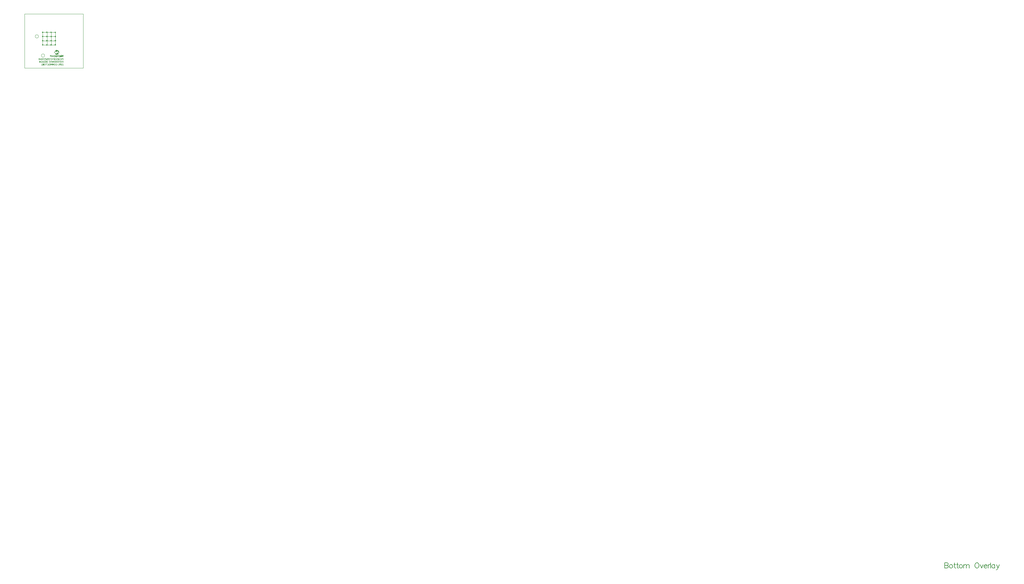
<source format=gbo>
G04*
G04 #@! TF.GenerationSoftware,Altium Limited,Altium Designer,22.4.2 (48)*
G04*
G04 Layer_Color=32896*
%FSLAX24Y24*%
%MOIN*%
G70*
G04*
G04 #@! TF.SameCoordinates,09D1A8E4-E44A-436B-8A94-970E0EB30887*
G04*
G04*
G04 #@! TF.FilePolarity,Positive*
G04*
G01*
G75*
%ADD14C,0.0059*%
%ADD15C,0.0039*%
%ADD51C,0.0100*%
%ADD53C,0.0040*%
G36*
X3426Y2004D02*
X3432Y2001D01*
X3437Y1998D01*
X3438Y1997D01*
X3438Y1997D01*
X3441Y1994D01*
X3444Y1990D01*
X3447Y1983D01*
X3447Y1981D01*
X3448Y1979D01*
X3448Y1977D01*
X3448Y1977D01*
X3447Y1972D01*
X3447Y1968D01*
X3444Y1961D01*
X3441Y1957D01*
X3439Y1956D01*
X3439Y1955D01*
X3435Y1952D01*
X3432Y1950D01*
X3424Y1948D01*
X3421Y1947D01*
X3419Y1946D01*
X3417Y1946D01*
X3407Y1948D01*
X3400Y1951D01*
X3395Y1956D01*
X3392Y1962D01*
X3390Y1967D01*
X3389Y1972D01*
X3388Y1975D01*
X3388Y1977D01*
X3390Y1985D01*
X3392Y1993D01*
X3397Y1998D01*
X3402Y2001D01*
X3408Y2003D01*
X3412Y2005D01*
X3415Y2005D01*
X3421Y2005D01*
X3426Y2004D01*
X3426Y2004D02*
G37*
G36*
X3640Y2031D02*
X3662Y2028D01*
X3683Y2024D01*
X3702Y2019D01*
X3720Y2013D01*
X3737Y2005D01*
X3752Y1998D01*
X3766Y1991D01*
X3779Y1983D01*
X3790Y1976D01*
X3799Y1969D01*
X3808Y1963D01*
X3814Y1957D01*
X3819Y1954D01*
X3822Y1951D01*
X3822Y1950D01*
X3836Y1936D01*
X3848Y1921D01*
X3858Y1906D01*
X3867Y1891D01*
X3873Y1876D01*
X3880Y1861D01*
X3885Y1846D01*
X3889Y1833D01*
X3892Y1820D01*
X3895Y1809D01*
X3896Y1798D01*
X3897Y1789D01*
X3898Y1783D01*
X3899Y1777D01*
X3899Y1774D01*
X3899Y1772D01*
X3898Y1758D01*
X3897Y1744D01*
X3896Y1732D01*
X3893Y1721D01*
X3892Y1712D01*
X3891Y1706D01*
X3890Y1701D01*
X3889Y1701D01*
X3889Y1700D01*
X3810Y1810D01*
X3757Y1726D01*
X3752Y1718D01*
X3750Y1712D01*
X3749Y1708D01*
X3749Y1707D01*
X3750Y1702D01*
X3751Y1698D01*
X3752Y1694D01*
X3753Y1691D01*
X3754Y1690D01*
X3825Y1591D01*
X3809Y1576D01*
X3793Y1562D01*
X3776Y1551D01*
X3759Y1541D01*
X3742Y1533D01*
X3725Y1526D01*
X3708Y1520D01*
X3694Y1516D01*
X3679Y1512D01*
X3666Y1509D01*
X3654Y1507D01*
X3644Y1506D01*
X3636Y1505D01*
X3630Y1504D01*
X3625Y1504D01*
X3603Y1505D01*
X3583Y1507D01*
X3564Y1511D01*
X3546Y1516D01*
X3528Y1522D01*
X3512Y1527D01*
X3497Y1534D01*
X3483Y1541D01*
X3471Y1547D01*
X3461Y1554D01*
X3451Y1560D01*
X3443Y1566D01*
X3437Y1570D01*
X3432Y1574D01*
X3429Y1576D01*
X3429Y1577D01*
X3598Y1844D01*
X3550Y1910D01*
X3546Y1916D01*
X3542Y1920D01*
X3538Y1923D01*
X3534Y1925D01*
X3531Y1926D01*
X3529Y1927D01*
X3526Y1927D01*
X3521Y1926D01*
X3516Y1924D01*
X3512Y1921D01*
X3508Y1918D01*
X3505Y1915D01*
X3502Y1912D01*
X3501Y1910D01*
X3501Y1909D01*
X3356Y1684D01*
X3353Y1696D01*
X3351Y1701D01*
X3350Y1707D01*
X3349Y1710D01*
X3348Y1713D01*
X3347Y1715D01*
X3347Y1716D01*
X3345Y1727D01*
X3344Y1732D01*
X3344Y1737D01*
X3344Y1740D01*
X3343Y1743D01*
X3343Y1744D01*
X3343Y1745D01*
X3509Y2009D01*
X3527Y2017D01*
X3546Y2022D01*
X3564Y2026D01*
X3581Y2028D01*
X3589Y2030D01*
X3596Y2030D01*
X3602Y2031D01*
X3607Y2031D01*
X3617Y2031D01*
X3640Y2031D01*
X3640Y2031D02*
G37*
G36*
X3276Y1247D02*
X3241Y1247D01*
X3241Y1316D01*
X3159Y1316D01*
X3159Y1247D01*
X3121Y1247D01*
X3121Y1428D01*
X3159Y1428D01*
X3159Y1365D01*
X3241Y1365D01*
X3241Y1428D01*
X3276Y1428D01*
X3276Y1247D01*
X3276Y1247D02*
G37*
G36*
X4334Y1487D02*
X4340Y1485D01*
X4344Y1480D01*
X4347Y1476D01*
X4349Y1470D01*
X4351Y1467D01*
X4352Y1464D01*
X4352Y1462D01*
X4374Y1247D01*
X4330Y1247D01*
X4317Y1398D01*
X4316Y1398D01*
X4269Y1277D01*
X4266Y1271D01*
X4262Y1265D01*
X4258Y1262D01*
X4252Y1260D01*
X4248Y1258D01*
X4244Y1257D01*
X4241Y1257D01*
X4235Y1257D01*
X4229Y1260D01*
X4225Y1263D01*
X4221Y1267D01*
X4218Y1271D01*
X4216Y1274D01*
X4215Y1277D01*
X4215Y1277D01*
X4168Y1400D01*
X4167Y1400D01*
X4155Y1247D01*
X4109Y1247D01*
X4133Y1460D01*
X4135Y1470D01*
X4138Y1476D01*
X4142Y1482D01*
X4146Y1485D01*
X4150Y1487D01*
X4154Y1487D01*
X4156Y1488D01*
X4157Y1488D01*
X4165Y1487D01*
X4172Y1485D01*
X4178Y1481D01*
X4182Y1476D01*
X4185Y1471D01*
X4188Y1467D01*
X4189Y1465D01*
X4189Y1464D01*
X4241Y1332D01*
X4242Y1332D01*
X4294Y1464D01*
X4298Y1472D01*
X4303Y1478D01*
X4309Y1482D01*
X4314Y1485D01*
X4319Y1487D01*
X4323Y1488D01*
X4327Y1488D01*
X4334Y1487D01*
X4334Y1487D02*
G37*
G36*
X4086Y1247D02*
X4044Y1247D01*
X4044Y1428D01*
X4086Y1428D01*
X4086Y1247D01*
X4086Y1247D02*
G37*
G36*
X3836Y1247D02*
X3797Y1247D01*
X3797Y1294D01*
X3730Y1294D01*
X3723Y1294D01*
X3720Y1291D01*
X3717Y1288D01*
X3717Y1288D01*
X3716Y1285D01*
X3716Y1282D01*
X3715Y1277D01*
X3715Y1274D01*
X3715Y1271D01*
X3715Y1269D01*
X3715Y1268D01*
X3715Y1247D01*
X3677Y1247D01*
X3677Y1277D01*
X3677Y1289D01*
X3680Y1298D01*
X3683Y1305D01*
X3687Y1310D01*
X3691Y1314D01*
X3694Y1316D01*
X3697Y1317D01*
X3697Y1317D01*
X3697Y1318D01*
X3691Y1322D01*
X3686Y1328D01*
X3682Y1336D01*
X3679Y1343D01*
X3677Y1351D01*
X3677Y1357D01*
X3677Y1362D01*
X3677Y1362D01*
X3677Y1363D01*
X3677Y1374D01*
X3677Y1384D01*
X3678Y1392D01*
X3680Y1399D01*
X3683Y1405D01*
X3685Y1411D01*
X3688Y1415D01*
X3691Y1419D01*
X3694Y1422D01*
X3701Y1425D01*
X3707Y1428D01*
X3711Y1428D01*
X3836Y1428D01*
X3836Y1247D01*
X3836Y1247D02*
G37*
G36*
X3094Y1247D02*
X3051Y1247D01*
X3051Y1428D01*
X3094Y1428D01*
X3094Y1247D01*
X3094Y1247D02*
G37*
G36*
X3027Y1247D02*
X2990Y1247D01*
X2990Y1293D01*
X2900Y1293D01*
X2894Y1294D01*
X2889Y1295D01*
X2885Y1297D01*
X2881Y1299D01*
X2879Y1301D01*
X2877Y1303D01*
X2875Y1304D01*
X2875Y1305D01*
X2872Y1311D01*
X2869Y1318D01*
X2867Y1326D01*
X2866Y1334D01*
X2865Y1341D01*
X2864Y1347D01*
X2864Y1351D01*
X2864Y1352D01*
X2864Y1366D01*
X2864Y1373D01*
X2865Y1379D01*
X2865Y1385D01*
X2866Y1389D01*
X2866Y1393D01*
X2866Y1396D01*
X2867Y1397D01*
X2867Y1398D01*
X2872Y1408D01*
X2877Y1416D01*
X2884Y1421D01*
X2891Y1425D01*
X2898Y1427D01*
X2904Y1428D01*
X2908Y1428D01*
X3027Y1428D01*
X3027Y1247D01*
X3027Y1247D02*
G37*
G36*
X3979Y1430D02*
X3982Y1429D01*
X3984Y1429D01*
X3990Y1428D01*
X3996Y1425D01*
X4001Y1421D01*
X4005Y1416D01*
X4012Y1406D01*
X4016Y1395D01*
X4019Y1384D01*
X4020Y1374D01*
X4021Y1371D01*
X4021Y1368D01*
X4021Y1366D01*
X4021Y1365D01*
X4021Y1311D01*
X4020Y1298D01*
X4019Y1288D01*
X4017Y1279D01*
X4015Y1272D01*
X4013Y1267D01*
X4010Y1263D01*
X4010Y1261D01*
X4009Y1260D01*
X4004Y1255D01*
X3997Y1251D01*
X3990Y1249D01*
X3982Y1248D01*
X3976Y1246D01*
X3970Y1245D01*
X3897Y1245D01*
X3888Y1246D01*
X3881Y1247D01*
X3875Y1249D01*
X3870Y1251D01*
X3867Y1253D01*
X3865Y1255D01*
X3863Y1256D01*
X3863Y1257D01*
X3862Y1260D01*
X3860Y1265D01*
X3859Y1277D01*
X3858Y1282D01*
X3858Y1287D01*
X3858Y1290D01*
X3858Y1291D01*
X3959Y1291D01*
X3964Y1292D01*
X3968Y1293D01*
X3971Y1294D01*
X3974Y1296D01*
X3977Y1299D01*
X3978Y1300D01*
X3979Y1303D01*
X3979Y1307D01*
X3980Y1317D01*
X3981Y1320D01*
X3981Y1324D01*
X3981Y1327D01*
X3981Y1328D01*
X3981Y1348D01*
X3981Y1355D01*
X3980Y1362D01*
X3979Y1367D01*
X3978Y1371D01*
X3976Y1374D01*
X3976Y1375D01*
X3975Y1376D01*
X3970Y1381D01*
X3965Y1383D01*
X3960Y1384D01*
X3860Y1384D01*
X3861Y1396D01*
X3862Y1406D01*
X3863Y1413D01*
X3865Y1419D01*
X3868Y1422D01*
X3869Y1425D01*
X3870Y1426D01*
X3871Y1426D01*
X3872Y1427D01*
X3874Y1428D01*
X3881Y1429D01*
X3889Y1430D01*
X3898Y1430D01*
X3907Y1430D01*
X3973Y1430D01*
X3979Y1430D01*
X3979Y1430D02*
G37*
G36*
X3609Y1430D02*
X3616Y1429D01*
X3619Y1428D01*
X3621Y1428D01*
X3622Y1428D01*
X3623Y1428D01*
X3628Y1425D01*
X3633Y1422D01*
X3637Y1419D01*
X3640Y1414D01*
X3646Y1405D01*
X3650Y1393D01*
X3652Y1383D01*
X3653Y1374D01*
X3654Y1371D01*
X3654Y1368D01*
X3654Y1366D01*
X3654Y1365D01*
X3654Y1311D01*
X3653Y1300D01*
X3652Y1289D01*
X3651Y1281D01*
X3649Y1275D01*
X3647Y1270D01*
X3646Y1266D01*
X3645Y1264D01*
X3644Y1263D01*
X3638Y1257D01*
X3632Y1253D01*
X3624Y1250D01*
X3617Y1248D01*
X3610Y1246D01*
X3604Y1245D01*
X3538Y1245D01*
X3526Y1246D01*
X3521Y1247D01*
X3518Y1248D01*
X3515Y1248D01*
X3512Y1248D01*
X3511Y1249D01*
X3510Y1249D01*
X3506Y1251D01*
X3501Y1255D01*
X3495Y1263D01*
X3490Y1274D01*
X3486Y1284D01*
X3485Y1294D01*
X3484Y1302D01*
X3483Y1306D01*
X3483Y1308D01*
X3483Y1310D01*
X3483Y1311D01*
X3483Y1365D01*
X3484Y1377D01*
X3485Y1387D01*
X3487Y1395D01*
X3489Y1402D01*
X3492Y1408D01*
X3493Y1411D01*
X3495Y1413D01*
X3495Y1414D01*
X3501Y1419D01*
X3506Y1424D01*
X3514Y1427D01*
X3521Y1428D01*
X3527Y1430D01*
X3532Y1430D01*
X3599Y1430D01*
X3609Y1430D01*
X3609Y1430D02*
G37*
G36*
X3422Y1429D02*
X3428Y1428D01*
X3432Y1427D01*
X3436Y1425D01*
X3438Y1425D01*
X3440Y1423D01*
X3441Y1423D01*
X3444Y1420D01*
X3448Y1416D01*
X3453Y1408D01*
X3458Y1399D01*
X3460Y1389D01*
X3461Y1379D01*
X3462Y1372D01*
X3463Y1369D01*
X3463Y1367D01*
X3463Y1365D01*
X3463Y1365D01*
X3463Y1310D01*
X3462Y1300D01*
X3461Y1290D01*
X3460Y1282D01*
X3458Y1276D01*
X3457Y1271D01*
X3455Y1268D01*
X3454Y1265D01*
X3454Y1265D01*
X3449Y1258D01*
X3442Y1254D01*
X3434Y1250D01*
X3427Y1248D01*
X3419Y1246D01*
X3413Y1245D01*
X3339Y1245D01*
X3330Y1246D01*
X3323Y1247D01*
X3317Y1248D01*
X3313Y1251D01*
X3310Y1252D01*
X3307Y1254D01*
X3306Y1254D01*
X3306Y1255D01*
X3304Y1259D01*
X3302Y1264D01*
X3301Y1270D01*
X3301Y1276D01*
X3300Y1282D01*
X3300Y1287D01*
X3300Y1290D01*
X3300Y1291D01*
X3401Y1291D01*
X3405Y1292D01*
X3409Y1293D01*
X3414Y1297D01*
X3418Y1303D01*
X3421Y1310D01*
X3422Y1317D01*
X3423Y1322D01*
X3424Y1326D01*
X3424Y1327D01*
X3424Y1328D01*
X3424Y1348D01*
X3424Y1354D01*
X3423Y1359D01*
X3421Y1365D01*
X3420Y1369D01*
X3416Y1376D01*
X3412Y1379D01*
X3408Y1382D01*
X3404Y1383D01*
X3401Y1384D01*
X3401Y1384D01*
X3301Y1382D01*
X3301Y1388D01*
X3301Y1394D01*
X3302Y1399D01*
X3302Y1403D01*
X3303Y1407D01*
X3303Y1409D01*
X3304Y1410D01*
X3304Y1411D01*
X3305Y1416D01*
X3307Y1419D01*
X3310Y1422D01*
X3313Y1425D01*
X3318Y1428D01*
X3319Y1428D01*
X3320Y1428D01*
X3323Y1429D01*
X3327Y1430D01*
X3336Y1430D01*
X3415Y1430D01*
X3422Y1429D01*
X3422Y1429D02*
G37*
G36*
X3282Y299D02*
X3246Y299D01*
X3246Y426D01*
X3169Y299D01*
X3130Y299D01*
X3130Y491D01*
X3166Y491D01*
X3166Y362D01*
X3245Y491D01*
X3282Y491D01*
X3282Y299D01*
X3282Y299D02*
G37*
G36*
X3089Y299D02*
X3053Y299D01*
X3053Y426D01*
X2975Y299D01*
X2936Y299D01*
X2936Y491D01*
X2972Y491D01*
X2972Y362D01*
X3051Y491D01*
X3089Y491D01*
X3089Y299D01*
X3089Y299D02*
G37*
G36*
X3608Y494D02*
X3616Y493D01*
X3622Y492D01*
X3628Y490D01*
X3634Y488D01*
X3639Y486D01*
X3644Y484D01*
X3649Y481D01*
X3653Y479D01*
X3656Y476D01*
X3659Y474D01*
X3662Y472D01*
X3664Y470D01*
X3665Y469D01*
X3666Y468D01*
X3666Y468D01*
X3670Y463D01*
X3674Y457D01*
X3677Y451D01*
X3680Y445D01*
X3683Y439D01*
X3685Y433D01*
X3686Y427D01*
X3688Y421D01*
X3689Y415D01*
X3689Y410D01*
X3690Y405D01*
X3690Y401D01*
X3690Y398D01*
X3691Y396D01*
X3691Y394D01*
X3691Y394D01*
X3691Y393D01*
X3690Y385D01*
X3690Y377D01*
X3688Y370D01*
X3687Y363D01*
X3685Y357D01*
X3683Y351D01*
X3681Y345D01*
X3679Y341D01*
X3676Y336D01*
X3674Y332D01*
X3672Y329D01*
X3670Y327D01*
X3669Y325D01*
X3667Y323D01*
X3667Y322D01*
X3666Y322D01*
X3662Y317D01*
X3657Y313D01*
X3651Y310D01*
X3646Y307D01*
X3641Y304D01*
X3636Y302D01*
X3631Y301D01*
X3626Y299D01*
X3621Y298D01*
X3617Y297D01*
X3613Y297D01*
X3610Y296D01*
X3607Y296D01*
X3605Y296D01*
X3604Y296D01*
X3598Y296D01*
X3593Y296D01*
X3587Y297D01*
X3583Y298D01*
X3578Y299D01*
X3574Y301D01*
X3570Y302D01*
X3567Y304D01*
X3564Y305D01*
X3561Y306D01*
X3558Y308D01*
X3556Y309D01*
X3555Y310D01*
X3554Y311D01*
X3553Y311D01*
X3553Y311D01*
X3549Y314D01*
X3546Y318D01*
X3540Y325D01*
X3535Y333D01*
X3531Y340D01*
X3529Y344D01*
X3528Y347D01*
X3527Y350D01*
X3526Y353D01*
X3525Y355D01*
X3524Y357D01*
X3524Y358D01*
X3524Y358D01*
X3562Y370D01*
X3564Y362D01*
X3566Y356D01*
X3569Y350D01*
X3572Y346D01*
X3574Y343D01*
X3576Y340D01*
X3577Y339D01*
X3578Y339D01*
X3582Y335D01*
X3587Y333D01*
X3591Y331D01*
X3595Y330D01*
X3598Y329D01*
X3602Y329D01*
X3603Y329D01*
X3604Y329D01*
X3608Y329D01*
X3611Y329D01*
X3618Y331D01*
X3624Y334D01*
X3629Y337D01*
X3633Y339D01*
X3635Y342D01*
X3636Y343D01*
X3637Y344D01*
X3638Y344D01*
X3638Y344D01*
X3640Y347D01*
X3642Y351D01*
X3644Y355D01*
X3645Y359D01*
X3648Y367D01*
X3649Y376D01*
X3650Y380D01*
X3650Y384D01*
X3651Y387D01*
X3651Y390D01*
X3651Y393D01*
X3651Y395D01*
X3651Y396D01*
X3651Y396D01*
X3651Y403D01*
X3650Y408D01*
X3650Y414D01*
X3649Y419D01*
X3648Y423D01*
X3647Y427D01*
X3646Y431D01*
X3644Y434D01*
X3643Y437D01*
X3642Y439D01*
X3641Y441D01*
X3640Y443D01*
X3639Y444D01*
X3638Y445D01*
X3638Y446D01*
X3638Y446D01*
X3635Y449D01*
X3633Y451D01*
X3630Y453D01*
X3627Y455D01*
X3621Y458D01*
X3615Y460D01*
X3611Y461D01*
X3608Y461D01*
X3607Y461D01*
X3605Y462D01*
X3603Y462D01*
X3598Y461D01*
X3593Y460D01*
X3588Y459D01*
X3584Y457D01*
X3581Y455D01*
X3579Y454D01*
X3578Y453D01*
X3577Y453D01*
X3574Y449D01*
X3570Y445D01*
X3568Y442D01*
X3566Y438D01*
X3564Y434D01*
X3564Y432D01*
X3563Y431D01*
X3563Y430D01*
X3563Y430D01*
X3563Y429D01*
X3525Y439D01*
X3527Y447D01*
X3530Y454D01*
X3534Y460D01*
X3537Y465D01*
X3540Y468D01*
X3541Y470D01*
X3542Y472D01*
X3543Y472D01*
X3544Y473D01*
X3544Y474D01*
X3544Y474D01*
X3548Y477D01*
X3553Y481D01*
X3557Y483D01*
X3562Y486D01*
X3567Y488D01*
X3572Y490D01*
X3577Y491D01*
X3581Y492D01*
X3585Y493D01*
X3589Y493D01*
X3592Y494D01*
X3595Y494D01*
X3598Y494D01*
X3601Y494D01*
X3608Y494D01*
X3608Y494D02*
G37*
G36*
X2641Y494D02*
X2649Y493D01*
X2655Y492D01*
X2661Y490D01*
X2667Y488D01*
X2672Y486D01*
X2677Y484D01*
X2682Y481D01*
X2686Y479D01*
X2689Y476D01*
X2692Y474D01*
X2695Y472D01*
X2697Y470D01*
X2698Y469D01*
X2699Y468D01*
X2699Y468D01*
X2703Y463D01*
X2707Y457D01*
X2710Y451D01*
X2713Y445D01*
X2716Y439D01*
X2718Y433D01*
X2719Y427D01*
X2721Y421D01*
X2722Y415D01*
X2722Y410D01*
X2723Y405D01*
X2723Y401D01*
X2723Y398D01*
X2724Y396D01*
X2724Y394D01*
X2724Y394D01*
X2724Y393D01*
X2723Y385D01*
X2723Y377D01*
X2722Y370D01*
X2720Y363D01*
X2718Y357D01*
X2716Y351D01*
X2714Y345D01*
X2712Y341D01*
X2709Y336D01*
X2707Y332D01*
X2705Y329D01*
X2703Y327D01*
X2702Y325D01*
X2700Y323D01*
X2700Y322D01*
X2699Y322D01*
X2695Y317D01*
X2690Y313D01*
X2684Y310D01*
X2679Y307D01*
X2674Y304D01*
X2669Y302D01*
X2664Y301D01*
X2659Y299D01*
X2654Y298D01*
X2650Y297D01*
X2646Y297D01*
X2643Y296D01*
X2640Y296D01*
X2638Y296D01*
X2637Y296D01*
X2631Y296D01*
X2626Y296D01*
X2620Y297D01*
X2616Y298D01*
X2611Y299D01*
X2607Y301D01*
X2603Y302D01*
X2600Y304D01*
X2597Y305D01*
X2594Y306D01*
X2591Y308D01*
X2589Y309D01*
X2588Y310D01*
X2587Y311D01*
X2586Y311D01*
X2586Y311D01*
X2582Y314D01*
X2579Y318D01*
X2573Y325D01*
X2568Y333D01*
X2564Y340D01*
X2562Y344D01*
X2561Y347D01*
X2560Y350D01*
X2559Y353D01*
X2558Y355D01*
X2557Y357D01*
X2557Y358D01*
X2557Y358D01*
X2595Y370D01*
X2597Y362D01*
X2599Y356D01*
X2602Y350D01*
X2605Y346D01*
X2607Y343D01*
X2609Y340D01*
X2610Y339D01*
X2611Y339D01*
X2615Y335D01*
X2620Y333D01*
X2624Y331D01*
X2628Y330D01*
X2631Y329D01*
X2635Y329D01*
X2636Y329D01*
X2637Y329D01*
X2641Y329D01*
X2644Y329D01*
X2651Y331D01*
X2657Y334D01*
X2662Y337D01*
X2666Y339D01*
X2668Y342D01*
X2669Y343D01*
X2670Y344D01*
X2671Y344D01*
X2671Y344D01*
X2673Y347D01*
X2675Y351D01*
X2677Y355D01*
X2678Y359D01*
X2680Y367D01*
X2682Y376D01*
X2683Y380D01*
X2683Y384D01*
X2684Y387D01*
X2684Y390D01*
X2684Y393D01*
X2684Y395D01*
X2684Y396D01*
X2684Y396D01*
X2684Y403D01*
X2683Y408D01*
X2683Y414D01*
X2682Y419D01*
X2681Y423D01*
X2680Y427D01*
X2679Y431D01*
X2677Y434D01*
X2676Y437D01*
X2675Y439D01*
X2674Y441D01*
X2673Y443D01*
X2672Y444D01*
X2671Y445D01*
X2671Y446D01*
X2671Y446D01*
X2668Y449D01*
X2666Y451D01*
X2663Y453D01*
X2660Y455D01*
X2654Y458D01*
X2648Y460D01*
X2644Y461D01*
X2641Y461D01*
X2640Y461D01*
X2638Y462D01*
X2636Y462D01*
X2631Y461D01*
X2626Y460D01*
X2621Y459D01*
X2617Y457D01*
X2614Y455D01*
X2612Y454D01*
X2611Y453D01*
X2610Y453D01*
X2607Y449D01*
X2603Y445D01*
X2601Y442D01*
X2599Y438D01*
X2597Y434D01*
X2597Y432D01*
X2596Y431D01*
X2596Y430D01*
X2596Y430D01*
X2596Y429D01*
X2558Y439D01*
X2560Y447D01*
X2563Y454D01*
X2567Y460D01*
X2570Y465D01*
X2573Y468D01*
X2574Y470D01*
X2575Y472D01*
X2576Y472D01*
X2577Y473D01*
X2577Y474D01*
X2577Y474D01*
X2581Y477D01*
X2586Y481D01*
X2590Y483D01*
X2595Y486D01*
X2600Y488D01*
X2605Y490D01*
X2610Y491D01*
X2614Y492D01*
X2618Y493D01*
X2622Y493D01*
X2625Y494D01*
X2628Y494D01*
X2631Y494D01*
X2634Y494D01*
X2641Y494D01*
X2641Y494D02*
G37*
G36*
X4280Y388D02*
X4280Y383D01*
X4279Y377D01*
X4279Y372D01*
X4279Y367D01*
X4279Y363D01*
X4279Y359D01*
X4278Y355D01*
X4278Y352D01*
X4277Y349D01*
X4277Y347D01*
X4277Y344D01*
X4277Y343D01*
X4276Y341D01*
X4276Y340D01*
X4276Y340D01*
X4276Y340D01*
X4275Y336D01*
X4273Y332D01*
X4271Y328D01*
X4270Y325D01*
X4268Y322D01*
X4267Y320D01*
X4265Y319D01*
X4265Y318D01*
X4262Y315D01*
X4258Y311D01*
X4254Y309D01*
X4251Y306D01*
X4248Y304D01*
X4245Y303D01*
X4243Y302D01*
X4243Y302D01*
X4243Y302D01*
X4240Y301D01*
X4237Y300D01*
X4230Y298D01*
X4223Y297D01*
X4216Y296D01*
X4213Y296D01*
X4210Y296D01*
X4208Y296D01*
X4205Y296D01*
X4201Y296D01*
X4193Y296D01*
X4186Y296D01*
X4179Y298D01*
X4174Y299D01*
X4172Y299D01*
X4170Y299D01*
X4168Y300D01*
X4167Y301D01*
X4166Y301D01*
X4165Y301D01*
X4164Y301D01*
X4164Y301D01*
X4159Y304D01*
X4155Y306D01*
X4151Y309D01*
X4147Y311D01*
X4145Y314D01*
X4143Y315D01*
X4142Y316D01*
X4142Y317D01*
X4139Y321D01*
X4136Y325D01*
X4134Y329D01*
X4133Y333D01*
X4131Y336D01*
X4131Y339D01*
X4130Y340D01*
X4130Y340D01*
X4130Y341D01*
X4130Y341D01*
X4129Y344D01*
X4129Y347D01*
X4128Y351D01*
X4128Y355D01*
X4128Y363D01*
X4127Y371D01*
X4127Y375D01*
X4127Y378D01*
X4127Y381D01*
X4127Y384D01*
X4127Y386D01*
X4127Y388D01*
X4127Y390D01*
X4127Y390D01*
X4127Y491D01*
X4166Y491D01*
X4166Y385D01*
X4166Y380D01*
X4166Y377D01*
X4166Y373D01*
X4166Y370D01*
X4166Y367D01*
X4166Y364D01*
X4166Y362D01*
X4166Y359D01*
X4167Y356D01*
X4167Y353D01*
X4167Y352D01*
X4167Y352D01*
X4168Y348D01*
X4170Y345D01*
X4171Y342D01*
X4173Y340D01*
X4175Y338D01*
X4176Y336D01*
X4177Y336D01*
X4177Y335D01*
X4181Y333D01*
X4185Y331D01*
X4189Y330D01*
X4193Y329D01*
X4197Y329D01*
X4199Y329D01*
X4202Y329D01*
X4208Y329D01*
X4213Y330D01*
X4217Y331D01*
X4221Y332D01*
X4224Y333D01*
X4226Y334D01*
X4227Y335D01*
X4228Y336D01*
X4231Y338D01*
X4233Y342D01*
X4236Y345D01*
X4237Y348D01*
X4238Y350D01*
X4239Y353D01*
X4239Y354D01*
X4239Y355D01*
X4240Y356D01*
X4240Y358D01*
X4240Y360D01*
X4240Y363D01*
X4241Y368D01*
X4241Y373D01*
X4241Y378D01*
X4241Y381D01*
X4241Y383D01*
X4241Y385D01*
X4241Y386D01*
X4241Y386D01*
X4241Y387D01*
X4241Y491D01*
X4280Y491D01*
X4280Y388D01*
X4280Y388D02*
G37*
G36*
X4086Y299D02*
X4047Y299D01*
X4047Y381D01*
X3967Y381D01*
X3967Y413D01*
X4047Y413D01*
X4047Y458D01*
X3954Y458D01*
X3954Y491D01*
X4086Y491D01*
X4086Y299D01*
X4086Y299D02*
G37*
G36*
X3921Y299D02*
X3786Y299D01*
X3786Y332D01*
X3882Y332D01*
X3882Y490D01*
X3921Y490D01*
X3921Y299D01*
X3921Y299D02*
G37*
G36*
X2895Y299D02*
X2750Y299D01*
X2750Y332D01*
X2857Y332D01*
X2857Y384D01*
X2761Y384D01*
X2761Y416D01*
X2857Y416D01*
X2857Y458D01*
X2753Y458D01*
X2753Y491D01*
X2895Y491D01*
X2895Y299D01*
X2895Y299D02*
G37*
G36*
X2537Y458D02*
X2480Y458D01*
X2480Y299D01*
X2441Y299D01*
X2441Y458D01*
X2385Y458D01*
X2385Y491D01*
X2537Y491D01*
X2537Y458D01*
X2537Y458D02*
G37*
G36*
X2151Y299D02*
X2113Y299D01*
X2113Y379D01*
X2100Y379D01*
X2096Y379D01*
X2093Y379D01*
X2090Y378D01*
X2088Y378D01*
X2087Y377D01*
X2086Y377D01*
X2086Y377D01*
X2083Y376D01*
X2081Y375D01*
X2079Y373D01*
X2077Y372D01*
X2076Y371D01*
X2075Y370D01*
X2074Y369D01*
X2074Y369D01*
X2073Y368D01*
X2071Y366D01*
X2068Y362D01*
X2065Y358D01*
X2061Y353D01*
X2058Y348D01*
X2057Y346D01*
X2056Y344D01*
X2055Y343D01*
X2054Y342D01*
X2054Y341D01*
X2053Y341D01*
X2026Y299D01*
X1979Y299D01*
X2003Y337D01*
X2005Y340D01*
X2008Y344D01*
X2010Y348D01*
X2012Y351D01*
X2014Y353D01*
X2016Y356D01*
X2019Y360D01*
X2022Y364D01*
X2023Y366D01*
X2025Y367D01*
X2025Y368D01*
X2028Y371D01*
X2031Y374D01*
X2035Y377D01*
X2038Y379D01*
X2041Y381D01*
X2043Y382D01*
X2045Y383D01*
X2045Y384D01*
X2045Y384D01*
X2041Y385D01*
X2036Y386D01*
X2033Y387D01*
X2029Y388D01*
X2025Y390D01*
X2022Y391D01*
X2019Y392D01*
X2017Y394D01*
X2015Y395D01*
X2013Y397D01*
X2011Y398D01*
X2010Y399D01*
X2009Y400D01*
X2008Y401D01*
X2008Y401D01*
X2007Y401D01*
X2005Y404D01*
X2003Y407D01*
X2000Y413D01*
X1998Y419D01*
X1996Y425D01*
X1995Y430D01*
X1995Y432D01*
X1995Y434D01*
X1995Y435D01*
X1995Y436D01*
X1995Y437D01*
X1995Y437D01*
X1995Y443D01*
X1996Y449D01*
X1997Y454D01*
X1999Y458D01*
X2000Y462D01*
X2002Y465D01*
X2002Y466D01*
X2003Y467D01*
X2003Y467D01*
X2003Y467D01*
X2007Y472D01*
X2010Y476D01*
X2014Y479D01*
X2017Y481D01*
X2021Y483D01*
X2023Y485D01*
X2025Y485D01*
X2025Y486D01*
X2025Y486D01*
X2028Y486D01*
X2031Y487D01*
X2038Y489D01*
X2046Y490D01*
X2053Y490D01*
X2056Y490D01*
X2059Y491D01*
X2063Y491D01*
X2065Y491D01*
X2151Y491D01*
X2151Y299D01*
X2151Y299D02*
G37*
G36*
X3414Y494D02*
X3422Y493D01*
X3429Y492D01*
X3435Y491D01*
X3438Y490D01*
X3440Y489D01*
X3442Y489D01*
X3444Y488D01*
X3445Y488D01*
X3446Y487D01*
X3447Y487D01*
X3447Y487D01*
X3452Y485D01*
X3457Y482D01*
X3461Y479D01*
X3465Y476D01*
X3468Y473D01*
X3470Y471D01*
X3472Y470D01*
X3472Y470D01*
X3472Y469D01*
X3476Y465D01*
X3480Y460D01*
X3483Y456D01*
X3485Y452D01*
X3487Y448D01*
X3489Y445D01*
X3489Y444D01*
X3490Y444D01*
X3490Y443D01*
X3490Y443D01*
X3493Y435D01*
X3495Y427D01*
X3496Y419D01*
X3497Y411D01*
X3498Y407D01*
X3498Y404D01*
X3498Y401D01*
X3498Y399D01*
X3498Y396D01*
X3498Y395D01*
X3498Y394D01*
X3498Y394D01*
X3498Y385D01*
X3497Y377D01*
X3496Y370D01*
X3495Y363D01*
X3493Y357D01*
X3490Y351D01*
X3488Y345D01*
X3486Y340D01*
X3484Y336D01*
X3481Y332D01*
X3479Y329D01*
X3477Y326D01*
X3475Y324D01*
X3474Y323D01*
X3474Y322D01*
X3473Y322D01*
X3468Y317D01*
X3463Y313D01*
X3458Y309D01*
X3452Y307D01*
X3446Y304D01*
X3441Y302D01*
X3435Y300D01*
X3430Y299D01*
X3425Y298D01*
X3420Y297D01*
X3416Y296D01*
X3412Y296D01*
X3410Y296D01*
X3407Y296D01*
X3405Y296D01*
X3398Y296D01*
X3390Y297D01*
X3384Y298D01*
X3377Y300D01*
X3371Y302D01*
X3366Y304D01*
X3361Y306D01*
X3356Y309D01*
X3352Y311D01*
X3348Y313D01*
X3345Y316D01*
X3343Y318D01*
X3341Y319D01*
X3339Y321D01*
X3338Y321D01*
X3338Y322D01*
X3334Y327D01*
X3330Y332D01*
X3326Y338D01*
X3323Y344D01*
X3321Y350D01*
X3319Y356D01*
X3317Y362D01*
X3316Y368D01*
X3315Y373D01*
X3314Y379D01*
X3313Y383D01*
X3313Y387D01*
X3313Y390D01*
X3313Y393D01*
X3313Y394D01*
X3313Y395D01*
X3313Y403D01*
X3314Y411D01*
X3315Y419D01*
X3316Y426D01*
X3318Y432D01*
X3321Y439D01*
X3323Y444D01*
X3325Y449D01*
X3328Y453D01*
X3330Y457D01*
X3332Y460D01*
X3334Y463D01*
X3336Y465D01*
X3337Y467D01*
X3338Y468D01*
X3338Y468D01*
X3343Y473D01*
X3348Y477D01*
X3354Y480D01*
X3359Y483D01*
X3365Y486D01*
X3371Y488D01*
X3376Y490D01*
X3382Y491D01*
X3387Y492D01*
X3391Y493D01*
X3395Y494D01*
X3399Y494D01*
X3402Y494D01*
X3404Y494D01*
X3406Y494D01*
X3414Y494D01*
X3414Y494D02*
G37*
G36*
X2284Y494D02*
X2292Y493D01*
X2299Y492D01*
X2305Y491D01*
X2307Y490D01*
X2310Y489D01*
X2312Y489D01*
X2313Y488D01*
X2315Y488D01*
X2316Y487D01*
X2316Y487D01*
X2317Y487D01*
X2322Y485D01*
X2326Y482D01*
X2330Y479D01*
X2334Y476D01*
X2337Y473D01*
X2340Y471D01*
X2341Y470D01*
X2341Y470D01*
X2341Y469D01*
X2345Y465D01*
X2349Y460D01*
X2352Y456D01*
X2354Y452D01*
X2356Y448D01*
X2358Y445D01*
X2358Y444D01*
X2359Y444D01*
X2359Y443D01*
X2359Y443D01*
X2362Y435D01*
X2364Y427D01*
X2366Y419D01*
X2367Y411D01*
X2367Y407D01*
X2367Y404D01*
X2367Y401D01*
X2367Y399D01*
X2368Y396D01*
X2368Y395D01*
X2368Y394D01*
X2368Y394D01*
X2367Y385D01*
X2367Y377D01*
X2366Y370D01*
X2364Y363D01*
X2362Y357D01*
X2360Y351D01*
X2358Y345D01*
X2355Y340D01*
X2353Y336D01*
X2351Y332D01*
X2348Y329D01*
X2346Y326D01*
X2345Y324D01*
X2344Y323D01*
X2343Y322D01*
X2343Y322D01*
X2338Y317D01*
X2332Y313D01*
X2327Y309D01*
X2321Y307D01*
X2316Y304D01*
X2310Y302D01*
X2305Y300D01*
X2299Y299D01*
X2294Y298D01*
X2289Y297D01*
X2285Y296D01*
X2282Y296D01*
X2279Y296D01*
X2277Y296D01*
X2275Y296D01*
X2267Y296D01*
X2260Y297D01*
X2253Y298D01*
X2246Y300D01*
X2240Y302D01*
X2235Y304D01*
X2230Y306D01*
X2225Y309D01*
X2221Y311D01*
X2218Y313D01*
X2215Y316D01*
X2212Y318D01*
X2210Y319D01*
X2208Y321D01*
X2208Y321D01*
X2207Y322D01*
X2203Y327D01*
X2199Y332D01*
X2195Y338D01*
X2193Y344D01*
X2190Y350D01*
X2188Y356D01*
X2186Y362D01*
X2185Y368D01*
X2184Y373D01*
X2183Y379D01*
X2183Y383D01*
X2182Y387D01*
X2182Y390D01*
X2182Y393D01*
X2182Y394D01*
X2182Y395D01*
X2182Y403D01*
X2183Y411D01*
X2184Y419D01*
X2186Y426D01*
X2188Y432D01*
X2190Y439D01*
X2192Y444D01*
X2195Y449D01*
X2197Y453D01*
X2199Y457D01*
X2202Y460D01*
X2204Y463D01*
X2205Y465D01*
X2206Y467D01*
X2207Y468D01*
X2207Y468D01*
X2212Y473D01*
X2218Y477D01*
X2223Y480D01*
X2229Y483D01*
X2235Y486D01*
X2240Y488D01*
X2246Y490D01*
X2251Y491D01*
X2256Y492D01*
X2261Y493D01*
X2265Y494D01*
X2268Y494D01*
X2271Y494D01*
X2273Y494D01*
X2275Y494D01*
X2284Y494D01*
X2284Y494D02*
G37*
G36*
X4339Y485D02*
X4344Y475D01*
X4349Y466D01*
X4351Y462D01*
X4353Y458D01*
X4355Y454D01*
X4357Y450D01*
X4358Y447D01*
X4359Y445D01*
X4360Y443D01*
X4360Y441D01*
X4361Y440D01*
X4361Y440D01*
X4363Y434D01*
X4365Y427D01*
X4369Y415D01*
X4371Y403D01*
X4372Y397D01*
X4372Y392D01*
X4373Y387D01*
X4373Y382D01*
X4374Y378D01*
X4374Y375D01*
X4374Y372D01*
X4374Y370D01*
X4374Y369D01*
X4374Y368D01*
X4373Y357D01*
X4372Y346D01*
X4370Y335D01*
X4370Y330D01*
X4369Y326D01*
X4368Y321D01*
X4367Y318D01*
X4366Y314D01*
X4365Y311D01*
X4364Y309D01*
X4364Y307D01*
X4364Y306D01*
X4364Y306D01*
X4359Y294D01*
X4354Y282D01*
X4352Y277D01*
X4349Y272D01*
X4347Y267D01*
X4344Y262D01*
X4342Y258D01*
X4340Y254D01*
X4338Y251D01*
X4336Y248D01*
X4335Y246D01*
X4334Y244D01*
X4333Y243D01*
X4333Y243D01*
X4308Y243D01*
X4310Y247D01*
X4312Y252D01*
X4313Y256D01*
X4315Y259D01*
X4316Y263D01*
X4318Y266D01*
X4319Y269D01*
X4320Y272D01*
X4321Y274D01*
X4322Y276D01*
X4323Y277D01*
X4323Y279D01*
X4323Y280D01*
X4324Y281D01*
X4324Y281D01*
X4324Y281D01*
X4326Y289D01*
X4329Y296D01*
X4330Y303D01*
X4332Y310D01*
X4333Y313D01*
X4333Y316D01*
X4334Y318D01*
X4334Y320D01*
X4334Y321D01*
X4334Y322D01*
X4335Y323D01*
X4335Y324D01*
X4336Y332D01*
X4337Y340D01*
X4338Y347D01*
X4338Y354D01*
X4338Y357D01*
X4338Y360D01*
X4339Y362D01*
X4339Y364D01*
X4339Y365D01*
X4339Y367D01*
X4339Y367D01*
X4339Y368D01*
X4338Y379D01*
X4338Y390D01*
X4337Y395D01*
X4336Y400D01*
X4336Y405D01*
X4335Y409D01*
X4335Y413D01*
X4334Y416D01*
X4334Y419D01*
X4333Y422D01*
X4333Y424D01*
X4332Y426D01*
X4332Y426D01*
X4332Y427D01*
X4331Y432D01*
X4329Y437D01*
X4325Y449D01*
X4321Y460D01*
X4319Y466D01*
X4317Y471D01*
X4315Y476D01*
X4313Y480D01*
X4312Y484D01*
X4310Y488D01*
X4309Y490D01*
X4308Y493D01*
X4308Y494D01*
X4307Y494D01*
X4333Y494D01*
X4339Y485D01*
X4339Y485D02*
G37*
G36*
X1966Y487D02*
X1963Y480D01*
X1960Y473D01*
X1958Y467D01*
X1955Y461D01*
X1953Y455D01*
X1952Y450D01*
X1950Y445D01*
X1949Y441D01*
X1948Y437D01*
X1946Y434D01*
X1946Y432D01*
X1945Y429D01*
X1945Y428D01*
X1945Y427D01*
X1945Y427D01*
X1942Y416D01*
X1941Y406D01*
X1939Y396D01*
X1939Y391D01*
X1938Y387D01*
X1938Y383D01*
X1938Y379D01*
X1938Y376D01*
X1938Y373D01*
X1938Y371D01*
X1938Y369D01*
X1938Y368D01*
X1938Y368D01*
X1938Y362D01*
X1938Y357D01*
X1938Y352D01*
X1938Y347D01*
X1939Y343D01*
X1939Y340D01*
X1939Y339D01*
X1940Y338D01*
X1940Y338D01*
X1940Y338D01*
X1941Y327D01*
X1942Y322D01*
X1943Y317D01*
X1944Y313D01*
X1945Y310D01*
X1945Y309D01*
X1945Y308D01*
X1945Y307D01*
X1945Y307D01*
X1947Y301D01*
X1948Y296D01*
X1949Y291D01*
X1951Y287D01*
X1952Y283D01*
X1953Y281D01*
X1953Y279D01*
X1953Y279D01*
X1953Y279D01*
X1955Y274D01*
X1958Y268D01*
X1960Y262D01*
X1963Y256D01*
X1965Y251D01*
X1966Y249D01*
X1967Y247D01*
X1968Y245D01*
X1968Y244D01*
X1969Y243D01*
X1969Y243D01*
X1943Y243D01*
X1939Y249D01*
X1935Y255D01*
X1932Y262D01*
X1929Y268D01*
X1926Y274D01*
X1923Y280D01*
X1921Y285D01*
X1919Y290D01*
X1917Y295D01*
X1915Y299D01*
X1914Y303D01*
X1913Y306D01*
X1912Y308D01*
X1912Y310D01*
X1911Y311D01*
X1911Y312D01*
X1908Y323D01*
X1906Y334D01*
X1905Y339D01*
X1905Y344D01*
X1904Y349D01*
X1904Y353D01*
X1903Y357D01*
X1903Y360D01*
X1903Y363D01*
X1902Y366D01*
X1902Y368D01*
X1902Y369D01*
X1902Y370D01*
X1902Y370D01*
X1903Y383D01*
X1904Y394D01*
X1905Y399D01*
X1906Y405D01*
X1907Y410D01*
X1908Y414D01*
X1909Y419D01*
X1910Y423D01*
X1911Y426D01*
X1912Y429D01*
X1912Y431D01*
X1913Y433D01*
X1913Y434D01*
X1913Y434D01*
X1918Y446D01*
X1923Y457D01*
X1925Y462D01*
X1928Y467D01*
X1930Y472D01*
X1933Y476D01*
X1935Y480D01*
X1937Y484D01*
X1939Y487D01*
X1941Y489D01*
X1942Y491D01*
X1943Y493D01*
X1944Y494D01*
X1944Y494D01*
X1969Y494D01*
X1966Y487D01*
X1966Y487D02*
G37*
G36*
X3289Y604D02*
X3253Y604D01*
X3253Y730D01*
X3175Y604D01*
X3136Y604D01*
X3136Y796D01*
X3172Y796D01*
X3172Y667D01*
X3251Y796D01*
X3289Y796D01*
X3289Y604D01*
X3289Y604D02*
G37*
G36*
X1815Y604D02*
X1779Y604D01*
X1779Y730D01*
X1702Y604D01*
X1663Y604D01*
X1663Y796D01*
X1699Y796D01*
X1699Y667D01*
X1778Y796D01*
X1815Y796D01*
X1815Y604D01*
X1815Y604D02*
G37*
G36*
X3020Y799D02*
X3027Y798D01*
X3033Y797D01*
X3040Y795D01*
X3045Y793D01*
X3051Y791D01*
X3056Y789D01*
X3060Y786D01*
X3064Y784D01*
X3067Y781D01*
X3071Y779D01*
X3073Y777D01*
X3075Y775D01*
X3076Y774D01*
X3077Y773D01*
X3077Y773D01*
X3082Y767D01*
X3085Y762D01*
X3089Y756D01*
X3092Y750D01*
X3094Y744D01*
X3096Y738D01*
X3098Y731D01*
X3099Y726D01*
X3100Y720D01*
X3101Y715D01*
X3101Y710D01*
X3102Y706D01*
X3102Y703D01*
X3102Y700D01*
X3102Y699D01*
X3102Y698D01*
X3102Y698D01*
X3102Y690D01*
X3101Y682D01*
X3100Y675D01*
X3098Y668D01*
X3097Y662D01*
X3094Y656D01*
X3092Y650D01*
X3090Y646D01*
X3088Y641D01*
X3085Y637D01*
X3083Y634D01*
X3082Y631D01*
X3080Y630D01*
X3079Y628D01*
X3078Y627D01*
X3078Y627D01*
X3073Y622D01*
X3068Y618D01*
X3063Y615D01*
X3057Y612D01*
X3052Y609D01*
X3047Y607D01*
X3042Y605D01*
X3037Y604D01*
X3033Y603D01*
X3028Y602D01*
X3025Y602D01*
X3021Y601D01*
X3019Y601D01*
X3017Y601D01*
X3015Y601D01*
X3009Y601D01*
X3004Y601D01*
X2999Y602D01*
X2994Y603D01*
X2990Y604D01*
X2985Y605D01*
X2982Y607D01*
X2978Y608D01*
X2975Y610D01*
X2972Y611D01*
X2970Y612D01*
X2968Y613D01*
X2966Y615D01*
X2965Y615D01*
X2964Y616D01*
X2964Y616D01*
X2961Y619D01*
X2957Y622D01*
X2951Y630D01*
X2946Y638D01*
X2942Y645D01*
X2941Y649D01*
X2939Y652D01*
X2938Y655D01*
X2937Y657D01*
X2936Y660D01*
X2936Y661D01*
X2935Y662D01*
X2935Y663D01*
X2973Y674D01*
X2975Y667D01*
X2978Y661D01*
X2980Y655D01*
X2983Y651D01*
X2985Y648D01*
X2987Y645D01*
X2989Y644D01*
X2989Y643D01*
X2994Y640D01*
X2998Y638D01*
X3002Y636D01*
X3006Y635D01*
X3010Y634D01*
X3013Y634D01*
X3014Y634D01*
X3015Y634D01*
X3019Y634D01*
X3023Y634D01*
X3030Y636D01*
X3035Y638D01*
X3040Y641D01*
X3044Y644D01*
X3047Y646D01*
X3048Y648D01*
X3049Y648D01*
X3049Y649D01*
X3049Y649D01*
X3051Y652D01*
X3053Y656D01*
X3055Y659D01*
X3057Y664D01*
X3059Y672D01*
X3061Y681D01*
X3061Y685D01*
X3061Y689D01*
X3062Y692D01*
X3062Y695D01*
X3062Y697D01*
X3062Y699D01*
X3062Y701D01*
X3062Y701D01*
X3062Y707D01*
X3062Y713D01*
X3061Y718D01*
X3060Y723D01*
X3059Y728D01*
X3058Y732D01*
X3057Y736D01*
X3056Y739D01*
X3054Y742D01*
X3053Y744D01*
X3052Y746D01*
X3051Y748D01*
X3050Y749D01*
X3050Y750D01*
X3049Y751D01*
X3049Y751D01*
X3047Y754D01*
X3044Y756D01*
X3041Y758D01*
X3038Y760D01*
X3032Y762D01*
X3027Y764D01*
X3022Y766D01*
X3020Y766D01*
X3018Y766D01*
X3016Y766D01*
X3015Y766D01*
X3009Y766D01*
X3004Y765D01*
X3000Y764D01*
X2996Y762D01*
X2993Y760D01*
X2990Y759D01*
X2989Y758D01*
X2989Y757D01*
X2985Y754D01*
X2982Y750D01*
X2979Y746D01*
X2977Y743D01*
X2976Y739D01*
X2975Y737D01*
X2974Y736D01*
X2974Y735D01*
X2974Y734D01*
X2974Y734D01*
X2936Y743D01*
X2939Y751D01*
X2942Y758D01*
X2945Y764D01*
X2948Y769D01*
X2951Y773D01*
X2952Y775D01*
X2953Y776D01*
X2954Y777D01*
X2955Y778D01*
X2955Y779D01*
X2956Y779D01*
X2960Y782D01*
X2964Y785D01*
X2969Y788D01*
X2974Y790D01*
X2979Y793D01*
X2983Y794D01*
X2988Y796D01*
X2992Y797D01*
X2997Y798D01*
X3000Y798D01*
X3004Y799D01*
X3007Y799D01*
X3009Y799D01*
X3013Y799D01*
X3020Y799D01*
X3020Y799D02*
G37*
G36*
X1945Y799D02*
X1954Y798D01*
X1958Y797D01*
X1962Y796D01*
X1966Y795D01*
X1969Y795D01*
X1971Y793D01*
X1974Y793D01*
X1976Y792D01*
X1978Y791D01*
X1979Y790D01*
X1981Y790D01*
X1981Y790D01*
X1981Y790D01*
X1990Y785D01*
X1994Y782D01*
X1997Y779D01*
X2000Y776D01*
X2004Y773D01*
X2006Y770D01*
X2009Y767D01*
X2011Y764D01*
X2013Y762D01*
X2014Y759D01*
X2016Y757D01*
X2017Y756D01*
X2017Y755D01*
X2018Y754D01*
X2018Y754D01*
X2020Y749D01*
X2022Y745D01*
X2025Y736D01*
X2027Y726D01*
X2029Y718D01*
X2029Y715D01*
X2030Y711D01*
X2030Y708D01*
X2030Y705D01*
X2030Y703D01*
X2030Y702D01*
X2030Y701D01*
X2030Y700D01*
X2030Y690D01*
X2029Y681D01*
X2027Y672D01*
X2026Y668D01*
X2025Y664D01*
X2024Y661D01*
X2023Y658D01*
X2022Y656D01*
X2021Y653D01*
X2020Y652D01*
X2020Y650D01*
X2019Y649D01*
X2019Y649D01*
X2015Y641D01*
X2009Y634D01*
X2004Y627D01*
X1998Y622D01*
X1996Y620D01*
X1993Y618D01*
X1991Y616D01*
X1989Y615D01*
X1988Y614D01*
X1987Y613D01*
X1986Y613D01*
X1986Y613D01*
X1981Y611D01*
X1977Y609D01*
X1968Y606D01*
X1959Y603D01*
X1951Y602D01*
X1947Y602D01*
X1944Y601D01*
X1941Y601D01*
X1938Y601D01*
X1936Y600D01*
X1933Y600D01*
X1924Y601D01*
X1916Y602D01*
X1908Y603D01*
X1901Y605D01*
X1898Y606D01*
X1895Y607D01*
X1893Y607D01*
X1890Y608D01*
X1889Y608D01*
X1888Y609D01*
X1887Y609D01*
X1887Y609D01*
X1878Y613D01*
X1871Y616D01*
X1865Y620D01*
X1860Y623D01*
X1856Y626D01*
X1855Y627D01*
X1853Y628D01*
X1853Y629D01*
X1852Y629D01*
X1851Y630D01*
X1851Y707D01*
X1935Y707D01*
X1935Y674D01*
X1890Y674D01*
X1890Y650D01*
X1894Y647D01*
X1897Y645D01*
X1901Y643D01*
X1904Y641D01*
X1907Y640D01*
X1909Y639D01*
X1911Y638D01*
X1911Y638D01*
X1911Y638D01*
X1916Y636D01*
X1920Y635D01*
X1924Y634D01*
X1928Y634D01*
X1931Y634D01*
X1933Y633D01*
X1936Y633D01*
X1940Y634D01*
X1945Y634D01*
X1948Y635D01*
X1952Y636D01*
X1959Y639D01*
X1962Y640D01*
X1965Y642D01*
X1967Y644D01*
X1969Y645D01*
X1971Y647D01*
X1973Y648D01*
X1974Y649D01*
X1975Y650D01*
X1975Y650D01*
X1976Y651D01*
X1978Y654D01*
X1981Y658D01*
X1982Y662D01*
X1984Y666D01*
X1987Y674D01*
X1989Y683D01*
X1989Y687D01*
X1990Y690D01*
X1990Y693D01*
X1990Y697D01*
X1990Y699D01*
X1990Y701D01*
X1990Y702D01*
X1990Y702D01*
X1990Y708D01*
X1990Y713D01*
X1989Y718D01*
X1988Y723D01*
X1987Y727D01*
X1986Y731D01*
X1984Y735D01*
X1983Y738D01*
X1982Y741D01*
X1981Y743D01*
X1979Y745D01*
X1978Y747D01*
X1977Y748D01*
X1976Y749D01*
X1976Y750D01*
X1976Y750D01*
X1973Y753D01*
X1970Y756D01*
X1966Y757D01*
X1963Y759D01*
X1960Y761D01*
X1956Y762D01*
X1950Y764D01*
X1947Y765D01*
X1944Y766D01*
X1942Y766D01*
X1940Y766D01*
X1938Y766D01*
X1935Y766D01*
X1929Y766D01*
X1924Y765D01*
X1919Y764D01*
X1915Y762D01*
X1912Y761D01*
X1910Y759D01*
X1908Y758D01*
X1908Y758D01*
X1904Y755D01*
X1900Y751D01*
X1898Y747D01*
X1896Y744D01*
X1894Y741D01*
X1893Y738D01*
X1892Y736D01*
X1892Y736D01*
X1892Y736D01*
X1854Y743D01*
X1855Y748D01*
X1856Y752D01*
X1858Y757D01*
X1860Y761D01*
X1862Y764D01*
X1864Y768D01*
X1867Y771D01*
X1869Y774D01*
X1871Y776D01*
X1873Y778D01*
X1875Y780D01*
X1876Y782D01*
X1878Y783D01*
X1879Y784D01*
X1879Y784D01*
X1880Y784D01*
X1884Y787D01*
X1888Y789D01*
X1892Y791D01*
X1897Y793D01*
X1906Y796D01*
X1915Y797D01*
X1919Y798D01*
X1923Y798D01*
X1927Y799D01*
X1930Y799D01*
X1932Y799D01*
X1935Y799D01*
X1945Y799D01*
X1945Y799D02*
G37*
G36*
X4375Y604D02*
X4336Y604D01*
X4336Y684D01*
X4324Y684D01*
X4320Y684D01*
X4316Y684D01*
X4314Y683D01*
X4311Y683D01*
X4310Y682D01*
X4309Y682D01*
X4309Y682D01*
X4307Y681D01*
X4305Y680D01*
X4303Y678D01*
X4301Y677D01*
X4299Y676D01*
X4298Y675D01*
X4298Y674D01*
X4297Y674D01*
X4296Y672D01*
X4295Y671D01*
X4292Y667D01*
X4288Y662D01*
X4285Y657D01*
X4282Y653D01*
X4280Y651D01*
X4279Y649D01*
X4278Y648D01*
X4277Y647D01*
X4277Y646D01*
X4277Y646D01*
X4249Y604D01*
X4203Y604D01*
X4226Y641D01*
X4229Y645D01*
X4231Y649D01*
X4233Y652D01*
X4236Y656D01*
X4238Y658D01*
X4239Y661D01*
X4243Y665D01*
X4245Y669D01*
X4247Y671D01*
X4248Y672D01*
X4248Y672D01*
X4251Y676D01*
X4255Y679D01*
X4258Y681D01*
X4262Y684D01*
X4264Y686D01*
X4267Y687D01*
X4268Y688D01*
X4269Y689D01*
X4269Y689D01*
X4264Y689D01*
X4260Y690D01*
X4256Y692D01*
X4252Y693D01*
X4249Y694D01*
X4246Y696D01*
X4243Y697D01*
X4240Y699D01*
X4238Y700D01*
X4236Y702D01*
X4234Y703D01*
X4233Y704D01*
X4232Y705D01*
X4231Y706D01*
X4231Y706D01*
X4231Y706D01*
X4229Y709D01*
X4227Y712D01*
X4223Y718D01*
X4221Y724D01*
X4220Y729D01*
X4219Y734D01*
X4218Y736D01*
X4218Y738D01*
X4218Y740D01*
X4218Y741D01*
X4218Y742D01*
X4218Y742D01*
X4218Y748D01*
X4220Y754D01*
X4221Y759D01*
X4222Y763D01*
X4224Y767D01*
X4225Y770D01*
X4226Y770D01*
X4226Y771D01*
X4227Y772D01*
X4227Y772D01*
X4230Y777D01*
X4234Y780D01*
X4237Y784D01*
X4241Y786D01*
X4244Y788D01*
X4247Y789D01*
X4248Y790D01*
X4249Y790D01*
X4249Y790D01*
X4252Y791D01*
X4255Y792D01*
X4262Y793D01*
X4269Y794D01*
X4276Y795D01*
X4280Y795D01*
X4283Y795D01*
X4286Y795D01*
X4288Y796D01*
X4375Y796D01*
X4375Y604D01*
X4375Y604D02*
G37*
G36*
X4182Y604D02*
X4036Y604D01*
X4036Y636D01*
X4143Y636D01*
X4143Y689D01*
X4047Y689D01*
X4047Y721D01*
X4143Y721D01*
X4143Y763D01*
X4039Y763D01*
X4039Y796D01*
X4182Y796D01*
X4182Y604D01*
X4182Y604D02*
G37*
G36*
X4003Y604D02*
X3964Y604D01*
X3964Y685D01*
X3884Y685D01*
X3884Y718D01*
X3964Y718D01*
X3964Y763D01*
X3871Y763D01*
X3871Y796D01*
X4003Y796D01*
X4003Y604D01*
X4003Y604D02*
G37*
G36*
X3839Y604D02*
X3693Y604D01*
X3693Y636D01*
X3800Y636D01*
X3800Y689D01*
X3704Y689D01*
X3704Y721D01*
X3800Y721D01*
X3800Y763D01*
X3697Y763D01*
X3697Y796D01*
X3839Y796D01*
X3839Y604D01*
X3839Y604D02*
G37*
G36*
X3661Y604D02*
X3622Y604D01*
X3622Y684D01*
X3609Y684D01*
X3605Y684D01*
X3602Y684D01*
X3599Y683D01*
X3597Y683D01*
X3596Y682D01*
X3595Y682D01*
X3595Y682D01*
X3592Y681D01*
X3590Y680D01*
X3588Y678D01*
X3586Y677D01*
X3585Y676D01*
X3584Y675D01*
X3583Y674D01*
X3583Y674D01*
X3582Y672D01*
X3580Y671D01*
X3577Y667D01*
X3574Y662D01*
X3571Y657D01*
X3567Y653D01*
X3566Y651D01*
X3565Y649D01*
X3564Y648D01*
X3563Y647D01*
X3563Y646D01*
X3562Y646D01*
X3535Y604D01*
X3488Y604D01*
X3512Y641D01*
X3514Y645D01*
X3517Y649D01*
X3519Y652D01*
X3521Y656D01*
X3523Y658D01*
X3525Y661D01*
X3528Y665D01*
X3531Y669D01*
X3532Y671D01*
X3534Y672D01*
X3534Y672D01*
X3537Y676D01*
X3541Y679D01*
X3544Y681D01*
X3547Y684D01*
X3550Y686D01*
X3552Y687D01*
X3554Y688D01*
X3554Y689D01*
X3554Y689D01*
X3550Y689D01*
X3546Y690D01*
X3542Y692D01*
X3538Y693D01*
X3534Y694D01*
X3531Y696D01*
X3528Y697D01*
X3526Y699D01*
X3524Y700D01*
X3522Y702D01*
X3520Y703D01*
X3519Y704D01*
X3518Y705D01*
X3517Y706D01*
X3517Y706D01*
X3516Y706D01*
X3514Y709D01*
X3512Y712D01*
X3509Y718D01*
X3507Y724D01*
X3505Y729D01*
X3504Y734D01*
X3504Y736D01*
X3504Y738D01*
X3504Y740D01*
X3504Y741D01*
X3504Y742D01*
X3504Y742D01*
X3504Y748D01*
X3505Y754D01*
X3507Y759D01*
X3508Y763D01*
X3510Y767D01*
X3511Y770D01*
X3512Y770D01*
X3512Y771D01*
X3512Y772D01*
X3512Y772D01*
X3516Y777D01*
X3519Y780D01*
X3523Y784D01*
X3526Y786D01*
X3530Y788D01*
X3532Y789D01*
X3534Y790D01*
X3534Y790D01*
X3534Y790D01*
X3537Y791D01*
X3540Y792D01*
X3547Y793D01*
X3555Y794D01*
X3562Y795D01*
X3566Y795D01*
X3569Y795D01*
X3572Y795D01*
X3574Y796D01*
X3661Y796D01*
X3661Y604D01*
X3661Y604D02*
G37*
G36*
X3467Y604D02*
X3321Y604D01*
X3321Y636D01*
X3428Y636D01*
X3428Y689D01*
X3332Y689D01*
X3332Y721D01*
X3428Y721D01*
X3428Y763D01*
X3325Y763D01*
X3325Y796D01*
X3467Y796D01*
X3467Y604D01*
X3467Y604D02*
G37*
G36*
X2902Y604D02*
X2756Y604D01*
X2756Y636D01*
X2863Y636D01*
X2863Y689D01*
X2767Y689D01*
X2767Y721D01*
X2863Y721D01*
X2863Y763D01*
X2760Y763D01*
X2760Y796D01*
X2902Y796D01*
X2902Y604D01*
X2902Y604D02*
G37*
G36*
X2649Y604D02*
X2576Y604D01*
X2569Y604D01*
X2562Y605D01*
X2556Y605D01*
X2551Y606D01*
X2547Y607D01*
X2544Y607D01*
X2543Y608D01*
X2543Y608D01*
X2542Y608D01*
X2542Y608D01*
X2536Y610D01*
X2530Y613D01*
X2526Y615D01*
X2522Y618D01*
X2519Y620D01*
X2517Y621D01*
X2515Y623D01*
X2515Y623D01*
X2510Y628D01*
X2506Y634D01*
X2502Y640D01*
X2500Y645D01*
X2497Y650D01*
X2496Y652D01*
X2496Y654D01*
X2495Y655D01*
X2495Y656D01*
X2494Y657D01*
X2494Y657D01*
X2492Y664D01*
X2491Y671D01*
X2490Y677D01*
X2489Y684D01*
X2489Y687D01*
X2489Y690D01*
X2489Y692D01*
X2488Y694D01*
X2488Y696D01*
X2488Y697D01*
X2488Y698D01*
X2488Y698D01*
X2489Y708D01*
X2489Y716D01*
X2490Y720D01*
X2490Y724D01*
X2491Y728D01*
X2491Y731D01*
X2492Y733D01*
X2493Y736D01*
X2493Y738D01*
X2494Y740D01*
X2494Y741D01*
X2494Y742D01*
X2495Y743D01*
X2495Y743D01*
X2497Y750D01*
X2500Y756D01*
X2503Y761D01*
X2506Y766D01*
X2509Y769D01*
X2511Y772D01*
X2512Y774D01*
X2513Y774D01*
X2513Y774D01*
X2518Y779D01*
X2522Y782D01*
X2527Y785D01*
X2532Y788D01*
X2536Y790D01*
X2539Y791D01*
X2540Y791D01*
X2541Y792D01*
X2541Y792D01*
X2542Y792D01*
X2547Y793D01*
X2553Y794D01*
X2559Y795D01*
X2565Y795D01*
X2570Y795D01*
X2572Y796D01*
X2649Y796D01*
X2649Y604D01*
X2649Y604D02*
G37*
G36*
X2455Y604D02*
X2310Y604D01*
X2310Y636D01*
X2417Y636D01*
X2417Y689D01*
X2320Y689D01*
X2320Y721D01*
X2417Y721D01*
X2417Y763D01*
X2313Y763D01*
X2313Y796D01*
X2455Y796D01*
X2455Y604D01*
X2455Y604D02*
G37*
G36*
X2099Y604D02*
X2061Y604D01*
X2061Y796D01*
X2099Y796D01*
X2099Y604D01*
X2099Y604D02*
G37*
G36*
X2218Y799D02*
X2225Y798D01*
X2231Y797D01*
X2237Y796D01*
X2240Y795D01*
X2242Y795D01*
X2243Y794D01*
X2245Y793D01*
X2246Y793D01*
X2247Y793D01*
X2248Y792D01*
X2248Y792D01*
X2253Y790D01*
X2258Y787D01*
X2262Y783D01*
X2266Y780D01*
X2268Y777D01*
X2270Y775D01*
X2271Y774D01*
X2272Y773D01*
X2272Y773D01*
X2274Y768D01*
X2276Y763D01*
X2278Y759D01*
X2279Y754D01*
X2279Y751D01*
X2280Y748D01*
X2280Y747D01*
X2280Y746D01*
X2280Y746D01*
X2280Y746D01*
X2279Y741D01*
X2279Y737D01*
X2278Y734D01*
X2277Y730D01*
X2274Y723D01*
X2271Y718D01*
X2269Y715D01*
X2268Y713D01*
X2266Y711D01*
X2265Y710D01*
X2264Y708D01*
X2263Y708D01*
X2262Y707D01*
X2262Y707D01*
X2260Y705D01*
X2257Y703D01*
X2254Y701D01*
X2250Y699D01*
X2243Y696D01*
X2236Y693D01*
X2232Y692D01*
X2229Y691D01*
X2226Y690D01*
X2224Y689D01*
X2222Y689D01*
X2220Y688D01*
X2219Y688D01*
X2219Y688D01*
X2214Y687D01*
X2210Y686D01*
X2207Y685D01*
X2203Y684D01*
X2201Y683D01*
X2198Y683D01*
X2196Y682D01*
X2194Y681D01*
X2192Y681D01*
X2191Y680D01*
X2189Y680D01*
X2188Y679D01*
X2188Y679D01*
X2184Y678D01*
X2181Y677D01*
X2179Y675D01*
X2177Y674D01*
X2176Y673D01*
X2175Y672D01*
X2174Y671D01*
X2174Y671D01*
X2172Y669D01*
X2171Y667D01*
X2171Y665D01*
X2170Y664D01*
X2170Y662D01*
X2170Y661D01*
X2170Y660D01*
X2170Y659D01*
X2170Y656D01*
X2171Y652D01*
X2173Y649D01*
X2174Y646D01*
X2176Y644D01*
X2178Y642D01*
X2179Y641D01*
X2179Y641D01*
X2183Y638D01*
X2188Y636D01*
X2192Y635D01*
X2197Y634D01*
X2201Y634D01*
X2204Y633D01*
X2207Y633D01*
X2214Y633D01*
X2219Y634D01*
X2224Y636D01*
X2228Y638D01*
X2231Y639D01*
X2234Y641D01*
X2235Y642D01*
X2236Y642D01*
X2239Y646D01*
X2242Y650D01*
X2245Y655D01*
X2246Y659D01*
X2248Y664D01*
X2249Y667D01*
X2249Y668D01*
X2249Y669D01*
X2249Y670D01*
X2249Y670D01*
X2287Y666D01*
X2286Y661D01*
X2285Y655D01*
X2283Y650D01*
X2282Y645D01*
X2280Y641D01*
X2278Y636D01*
X2276Y633D01*
X2274Y630D01*
X2272Y627D01*
X2270Y624D01*
X2269Y622D01*
X2267Y620D01*
X2266Y619D01*
X2265Y618D01*
X2264Y617D01*
X2264Y617D01*
X2260Y614D01*
X2256Y611D01*
X2251Y609D01*
X2247Y607D01*
X2242Y606D01*
X2238Y605D01*
X2228Y603D01*
X2224Y602D01*
X2220Y601D01*
X2217Y601D01*
X2214Y601D01*
X2212Y600D01*
X2208Y600D01*
X2199Y601D01*
X2191Y602D01*
X2184Y603D01*
X2181Y603D01*
X2178Y604D01*
X2175Y605D01*
X2173Y605D01*
X2171Y606D01*
X2169Y606D01*
X2168Y607D01*
X2167Y607D01*
X2167Y607D01*
X2166Y607D01*
X2160Y610D01*
X2155Y614D01*
X2151Y617D01*
X2147Y621D01*
X2144Y624D01*
X2142Y626D01*
X2141Y628D01*
X2140Y628D01*
X2140Y629D01*
X2137Y634D01*
X2135Y639D01*
X2133Y645D01*
X2132Y650D01*
X2131Y654D01*
X2131Y656D01*
X2131Y657D01*
X2131Y658D01*
X2131Y659D01*
X2131Y659D01*
X2131Y660D01*
X2131Y666D01*
X2132Y672D01*
X2133Y677D01*
X2135Y682D01*
X2136Y685D01*
X2138Y688D01*
X2138Y690D01*
X2139Y690D01*
X2142Y695D01*
X2145Y698D01*
X2149Y702D01*
X2152Y705D01*
X2155Y707D01*
X2158Y708D01*
X2159Y710D01*
X2160Y710D01*
X2160Y710D01*
X2163Y711D01*
X2166Y713D01*
X2172Y715D01*
X2179Y717D01*
X2186Y720D01*
X2189Y720D01*
X2192Y721D01*
X2195Y722D01*
X2197Y723D01*
X2199Y723D01*
X2200Y723D01*
X2201Y724D01*
X2202Y724D01*
X2207Y725D01*
X2211Y726D01*
X2215Y727D01*
X2219Y728D01*
X2222Y729D01*
X2225Y731D01*
X2228Y732D01*
X2230Y733D01*
X2232Y733D01*
X2233Y734D01*
X2235Y735D01*
X2235Y735D01*
X2237Y736D01*
X2237Y736D01*
X2239Y738D01*
X2240Y740D01*
X2241Y742D01*
X2242Y744D01*
X2242Y746D01*
X2243Y747D01*
X2243Y748D01*
X2243Y748D01*
X2242Y751D01*
X2242Y753D01*
X2241Y755D01*
X2240Y757D01*
X2238Y758D01*
X2237Y759D01*
X2237Y760D01*
X2236Y760D01*
X2233Y762D01*
X2228Y764D01*
X2224Y766D01*
X2220Y766D01*
X2216Y767D01*
X2213Y767D01*
X2210Y767D01*
X2205Y767D01*
X2200Y766D01*
X2195Y765D01*
X2192Y764D01*
X2189Y763D01*
X2187Y762D01*
X2186Y761D01*
X2186Y761D01*
X2183Y758D01*
X2181Y754D01*
X2179Y751D01*
X2177Y747D01*
X2176Y744D01*
X2176Y742D01*
X2175Y740D01*
X2175Y740D01*
X2175Y739D01*
X2136Y741D01*
X2137Y746D01*
X2138Y750D01*
X2139Y755D01*
X2140Y759D01*
X2141Y762D01*
X2143Y766D01*
X2145Y769D01*
X2146Y772D01*
X2148Y775D01*
X2150Y777D01*
X2152Y779D01*
X2153Y780D01*
X2154Y782D01*
X2155Y782D01*
X2156Y783D01*
X2156Y783D01*
X2159Y786D01*
X2163Y789D01*
X2167Y791D01*
X2172Y793D01*
X2176Y794D01*
X2181Y795D01*
X2190Y797D01*
X2194Y798D01*
X2197Y798D01*
X2201Y799D01*
X2204Y799D01*
X2207Y799D01*
X2210Y799D01*
X2218Y799D01*
X2218Y799D02*
G37*
G36*
X3882Y1101D02*
X3887Y1101D01*
X3892Y1099D01*
X3897Y1098D01*
X3900Y1097D01*
X3903Y1096D01*
X3904Y1096D01*
X3905Y1095D01*
X3905Y1095D01*
X3909Y1093D01*
X3913Y1090D01*
X3917Y1087D01*
X3920Y1085D01*
X3922Y1082D01*
X3923Y1080D01*
X3925Y1079D01*
X3925Y1079D01*
X3927Y1075D01*
X3929Y1070D01*
X3931Y1065D01*
X3933Y1061D01*
X3934Y1057D01*
X3935Y1054D01*
X3935Y1052D01*
X3935Y1052D01*
X3935Y1051D01*
X3935Y1051D01*
X3902Y1045D01*
X3901Y1050D01*
X3900Y1053D01*
X3898Y1057D01*
X3897Y1059D01*
X3896Y1062D01*
X3895Y1063D01*
X3894Y1064D01*
X3893Y1064D01*
X3891Y1067D01*
X3888Y1068D01*
X3885Y1069D01*
X3883Y1070D01*
X3881Y1071D01*
X3879Y1071D01*
X3877Y1071D01*
X3874Y1071D01*
X3871Y1070D01*
X3868Y1069D01*
X3866Y1068D01*
X3864Y1067D01*
X3863Y1066D01*
X3862Y1065D01*
X3862Y1065D01*
X3860Y1063D01*
X3859Y1060D01*
X3857Y1058D01*
X3857Y1055D01*
X3856Y1053D01*
X3856Y1051D01*
X3856Y1050D01*
X3856Y1050D01*
X3856Y1045D01*
X3857Y1042D01*
X3859Y1039D01*
X3860Y1036D01*
X3862Y1034D01*
X3863Y1033D01*
X3864Y1032D01*
X3864Y1031D01*
X3867Y1029D01*
X3871Y1027D01*
X3875Y1026D01*
X3879Y1026D01*
X3882Y1025D01*
X3885Y1025D01*
X3887Y1025D01*
X3891Y995D01*
X3887Y996D01*
X3884Y997D01*
X3881Y998D01*
X3879Y998D01*
X3877Y998D01*
X3874Y998D01*
X3870Y998D01*
X3867Y997D01*
X3864Y996D01*
X3861Y994D01*
X3859Y993D01*
X3857Y991D01*
X3856Y990D01*
X3856Y990D01*
X3854Y986D01*
X3852Y983D01*
X3850Y979D01*
X3849Y976D01*
X3849Y972D01*
X3848Y970D01*
X3848Y968D01*
X3848Y968D01*
X3848Y968D01*
X3849Y962D01*
X3849Y958D01*
X3851Y953D01*
X3852Y950D01*
X3854Y948D01*
X3855Y946D01*
X3856Y944D01*
X3856Y944D01*
X3859Y941D01*
X3863Y939D01*
X3866Y938D01*
X3869Y937D01*
X3872Y936D01*
X3874Y936D01*
X3875Y935D01*
X3875Y935D01*
X3879Y936D01*
X3883Y937D01*
X3886Y938D01*
X3888Y939D01*
X3890Y940D01*
X3892Y941D01*
X3893Y942D01*
X3893Y942D01*
X3896Y945D01*
X3898Y949D01*
X3900Y952D01*
X3901Y956D01*
X3902Y959D01*
X3902Y961D01*
X3903Y963D01*
X3903Y963D01*
X3903Y963D01*
X3938Y959D01*
X3938Y955D01*
X3936Y950D01*
X3934Y943D01*
X3931Y936D01*
X3929Y933D01*
X3927Y931D01*
X3926Y928D01*
X3924Y926D01*
X3923Y924D01*
X3921Y923D01*
X3920Y922D01*
X3919Y921D01*
X3919Y920D01*
X3918Y920D01*
X3915Y917D01*
X3911Y915D01*
X3908Y913D01*
X3904Y911D01*
X3897Y909D01*
X3890Y907D01*
X3887Y906D01*
X3884Y906D01*
X3882Y906D01*
X3880Y905D01*
X3878Y905D01*
X3875Y905D01*
X3870Y905D01*
X3865Y906D01*
X3861Y907D01*
X3856Y908D01*
X3852Y909D01*
X3849Y911D01*
X3845Y912D01*
X3842Y914D01*
X3839Y916D01*
X3836Y917D01*
X3834Y919D01*
X3833Y920D01*
X3831Y921D01*
X3830Y922D01*
X3829Y922D01*
X3829Y923D01*
X3826Y926D01*
X3823Y930D01*
X3821Y933D01*
X3818Y937D01*
X3817Y941D01*
X3815Y944D01*
X3813Y951D01*
X3812Y954D01*
X3812Y957D01*
X3811Y960D01*
X3811Y962D01*
X3811Y963D01*
X3811Y965D01*
X3811Y966D01*
X3811Y966D01*
X3811Y972D01*
X3812Y978D01*
X3814Y983D01*
X3816Y987D01*
X3818Y991D01*
X3819Y993D01*
X3820Y995D01*
X3821Y996D01*
X3825Y1000D01*
X3829Y1003D01*
X3833Y1006D01*
X3838Y1008D01*
X3841Y1010D01*
X3844Y1011D01*
X3845Y1011D01*
X3846Y1011D01*
X3847Y1012D01*
X3847Y1012D01*
X3842Y1015D01*
X3838Y1018D01*
X3834Y1021D01*
X3831Y1024D01*
X3828Y1028D01*
X3826Y1031D01*
X3824Y1034D01*
X3823Y1037D01*
X3821Y1040D01*
X3821Y1043D01*
X3820Y1046D01*
X3820Y1048D01*
X3820Y1050D01*
X3819Y1051D01*
X3819Y1052D01*
X3819Y1052D01*
X3820Y1055D01*
X3820Y1058D01*
X3821Y1065D01*
X3823Y1070D01*
X3826Y1075D01*
X3828Y1079D01*
X3831Y1081D01*
X3831Y1083D01*
X3832Y1083D01*
X3833Y1084D01*
X3833Y1084D01*
X3836Y1087D01*
X3839Y1090D01*
X3843Y1092D01*
X3846Y1094D01*
X3850Y1096D01*
X3854Y1097D01*
X3861Y1099D01*
X3864Y1100D01*
X3867Y1101D01*
X3869Y1101D01*
X3872Y1101D01*
X3874Y1101D01*
X3876Y1101D01*
X3882Y1101D01*
X3882Y1101D02*
G37*
G36*
X3390Y1008D02*
X3457Y909D01*
X3410Y909D01*
X3367Y973D01*
X3325Y909D01*
X3279Y909D01*
X3344Y1008D01*
X3284Y1100D01*
X3330Y1100D01*
X3367Y1043D01*
X3405Y1100D01*
X3451Y1100D01*
X3390Y1008D01*
X3390Y1008D02*
G37*
G36*
X3729Y1101D02*
X3734Y1101D01*
X3742Y1099D01*
X3749Y1097D01*
X3753Y1096D01*
X3756Y1095D01*
X3759Y1094D01*
X3761Y1092D01*
X3763Y1091D01*
X3765Y1090D01*
X3766Y1089D01*
X3767Y1089D01*
X3767Y1088D01*
X3768Y1088D01*
X3771Y1085D01*
X3774Y1083D01*
X3776Y1079D01*
X3778Y1076D01*
X3782Y1068D01*
X3784Y1062D01*
X3785Y1058D01*
X3786Y1055D01*
X3787Y1052D01*
X3787Y1050D01*
X3788Y1047D01*
X3788Y1046D01*
X3788Y1045D01*
X3788Y1045D01*
X3751Y1041D01*
X3751Y1047D01*
X3750Y1051D01*
X3749Y1055D01*
X3747Y1058D01*
X3746Y1061D01*
X3745Y1063D01*
X3744Y1064D01*
X3744Y1064D01*
X3741Y1066D01*
X3738Y1068D01*
X3735Y1069D01*
X3732Y1070D01*
X3729Y1071D01*
X3727Y1071D01*
X3725Y1071D01*
X3721Y1071D01*
X3718Y1070D01*
X3715Y1069D01*
X3712Y1068D01*
X3710Y1067D01*
X3708Y1065D01*
X3707Y1065D01*
X3707Y1064D01*
X3705Y1062D01*
X3703Y1058D01*
X3702Y1055D01*
X3701Y1052D01*
X3701Y1050D01*
X3700Y1047D01*
X3700Y1046D01*
X3700Y1045D01*
X3700Y1045D01*
X3701Y1041D01*
X3702Y1037D01*
X3703Y1033D01*
X3704Y1030D01*
X3706Y1027D01*
X3707Y1025D01*
X3708Y1023D01*
X3708Y1023D01*
X3709Y1021D01*
X3711Y1019D01*
X3713Y1017D01*
X3715Y1014D01*
X3720Y1009D01*
X3725Y1004D01*
X3730Y999D01*
X3733Y997D01*
X3735Y995D01*
X3736Y993D01*
X3738Y992D01*
X3738Y991D01*
X3739Y991D01*
X3744Y986D01*
X3749Y981D01*
X3754Y976D01*
X3758Y972D01*
X3762Y968D01*
X3765Y964D01*
X3768Y961D01*
X3771Y957D01*
X3773Y955D01*
X3775Y952D01*
X3777Y950D01*
X3778Y948D01*
X3779Y947D01*
X3779Y946D01*
X3780Y945D01*
X3780Y945D01*
X3784Y939D01*
X3786Y932D01*
X3789Y926D01*
X3790Y921D01*
X3791Y916D01*
X3792Y914D01*
X3792Y912D01*
X3792Y911D01*
X3792Y909D01*
X3792Y909D01*
X3792Y909D01*
X3664Y909D01*
X3664Y943D01*
X3737Y943D01*
X3734Y946D01*
X3732Y949D01*
X3731Y951D01*
X3730Y952D01*
X3729Y952D01*
X3729Y953D01*
X3728Y954D01*
X3727Y955D01*
X3724Y958D01*
X3720Y962D01*
X3716Y965D01*
X3713Y969D01*
X3710Y971D01*
X3709Y973D01*
X3708Y973D01*
X3707Y974D01*
X3707Y974D01*
X3701Y980D01*
X3696Y985D01*
X3692Y989D01*
X3688Y992D01*
X3686Y995D01*
X3684Y997D01*
X3683Y998D01*
X3683Y999D01*
X3679Y1003D01*
X3676Y1008D01*
X3674Y1012D01*
X3672Y1016D01*
X3670Y1019D01*
X3669Y1021D01*
X3669Y1022D01*
X3668Y1023D01*
X3667Y1027D01*
X3666Y1032D01*
X3665Y1036D01*
X3664Y1040D01*
X3664Y1043D01*
X3664Y1045D01*
X3664Y1047D01*
X3664Y1048D01*
X3664Y1052D01*
X3664Y1056D01*
X3665Y1060D01*
X3666Y1063D01*
X3669Y1070D01*
X3672Y1075D01*
X3673Y1078D01*
X3675Y1080D01*
X3676Y1082D01*
X3677Y1083D01*
X3679Y1084D01*
X3679Y1085D01*
X3680Y1086D01*
X3680Y1086D01*
X3683Y1089D01*
X3687Y1091D01*
X3690Y1093D01*
X3694Y1095D01*
X3701Y1098D01*
X3708Y1099D01*
X3711Y1100D01*
X3715Y1101D01*
X3717Y1101D01*
X3720Y1101D01*
X3722Y1101D01*
X3725Y1101D01*
X3729Y1101D01*
X3729Y1101D02*
G37*
G36*
X2761Y1101D02*
X2766Y1101D01*
X2774Y1099D01*
X2781Y1097D01*
X2785Y1096D01*
X2788Y1095D01*
X2790Y1094D01*
X2793Y1092D01*
X2795Y1091D01*
X2797Y1090D01*
X2798Y1089D01*
X2799Y1089D01*
X2799Y1088D01*
X2800Y1088D01*
X2803Y1085D01*
X2805Y1083D01*
X2808Y1079D01*
X2810Y1076D01*
X2813Y1068D01*
X2816Y1062D01*
X2817Y1058D01*
X2818Y1055D01*
X2819Y1052D01*
X2819Y1050D01*
X2820Y1047D01*
X2820Y1046D01*
X2820Y1045D01*
X2820Y1045D01*
X2783Y1041D01*
X2783Y1047D01*
X2782Y1051D01*
X2780Y1055D01*
X2779Y1058D01*
X2778Y1061D01*
X2777Y1063D01*
X2776Y1064D01*
X2776Y1064D01*
X2773Y1066D01*
X2770Y1068D01*
X2767Y1069D01*
X2764Y1070D01*
X2761Y1071D01*
X2759Y1071D01*
X2757Y1071D01*
X2753Y1071D01*
X2749Y1070D01*
X2746Y1069D01*
X2744Y1068D01*
X2742Y1067D01*
X2740Y1065D01*
X2739Y1065D01*
X2739Y1064D01*
X2737Y1062D01*
X2735Y1058D01*
X2734Y1055D01*
X2733Y1052D01*
X2733Y1050D01*
X2732Y1047D01*
X2732Y1046D01*
X2732Y1045D01*
X2732Y1045D01*
X2733Y1041D01*
X2733Y1037D01*
X2735Y1033D01*
X2736Y1030D01*
X2738Y1027D01*
X2739Y1025D01*
X2740Y1023D01*
X2740Y1023D01*
X2741Y1021D01*
X2743Y1019D01*
X2745Y1017D01*
X2747Y1014D01*
X2752Y1009D01*
X2757Y1004D01*
X2762Y999D01*
X2764Y997D01*
X2767Y995D01*
X2768Y993D01*
X2769Y992D01*
X2770Y991D01*
X2771Y991D01*
X2776Y986D01*
X2781Y981D01*
X2786Y976D01*
X2790Y972D01*
X2794Y968D01*
X2797Y964D01*
X2800Y961D01*
X2803Y957D01*
X2805Y955D01*
X2807Y952D01*
X2808Y950D01*
X2810Y948D01*
X2811Y947D01*
X2811Y946D01*
X2812Y945D01*
X2812Y945D01*
X2815Y939D01*
X2818Y932D01*
X2820Y926D01*
X2822Y921D01*
X2823Y916D01*
X2823Y914D01*
X2824Y912D01*
X2824Y911D01*
X2824Y909D01*
X2824Y909D01*
X2824Y909D01*
X2695Y909D01*
X2695Y943D01*
X2769Y943D01*
X2766Y946D01*
X2764Y949D01*
X2763Y951D01*
X2762Y952D01*
X2761Y952D01*
X2761Y953D01*
X2760Y954D01*
X2759Y955D01*
X2756Y958D01*
X2752Y962D01*
X2748Y965D01*
X2745Y969D01*
X2742Y971D01*
X2741Y973D01*
X2740Y973D01*
X2739Y974D01*
X2739Y974D01*
X2733Y980D01*
X2728Y985D01*
X2724Y989D01*
X2720Y992D01*
X2718Y995D01*
X2716Y997D01*
X2715Y998D01*
X2715Y999D01*
X2711Y1003D01*
X2708Y1008D01*
X2706Y1012D01*
X2704Y1016D01*
X2702Y1019D01*
X2701Y1021D01*
X2700Y1022D01*
X2700Y1023D01*
X2698Y1027D01*
X2697Y1032D01*
X2697Y1036D01*
X2696Y1040D01*
X2696Y1043D01*
X2695Y1045D01*
X2695Y1047D01*
X2695Y1048D01*
X2696Y1052D01*
X2696Y1056D01*
X2697Y1060D01*
X2698Y1063D01*
X2701Y1070D01*
X2703Y1075D01*
X2705Y1078D01*
X2707Y1080D01*
X2708Y1082D01*
X2709Y1083D01*
X2710Y1084D01*
X2711Y1085D01*
X2712Y1086D01*
X2712Y1086D01*
X2715Y1089D01*
X2718Y1091D01*
X2722Y1093D01*
X2726Y1095D01*
X2733Y1098D01*
X2740Y1099D01*
X2743Y1100D01*
X2746Y1101D01*
X2749Y1101D01*
X2752Y1101D01*
X2754Y1101D01*
X2756Y1101D01*
X2761Y1101D01*
X2761Y1101D02*
G37*
G36*
X2255Y1101D02*
X2259Y1101D01*
X2268Y1099D01*
X2275Y1097D01*
X2279Y1096D01*
X2282Y1095D01*
X2284Y1094D01*
X2287Y1092D01*
X2289Y1091D01*
X2290Y1090D01*
X2292Y1089D01*
X2293Y1089D01*
X2293Y1088D01*
X2294Y1088D01*
X2297Y1085D01*
X2299Y1083D01*
X2302Y1079D01*
X2304Y1076D01*
X2307Y1068D01*
X2310Y1062D01*
X2311Y1058D01*
X2312Y1055D01*
X2313Y1052D01*
X2313Y1050D01*
X2313Y1047D01*
X2313Y1046D01*
X2314Y1045D01*
X2314Y1045D01*
X2277Y1041D01*
X2277Y1047D01*
X2276Y1051D01*
X2274Y1055D01*
X2273Y1058D01*
X2272Y1061D01*
X2271Y1063D01*
X2270Y1064D01*
X2270Y1064D01*
X2267Y1066D01*
X2264Y1068D01*
X2261Y1069D01*
X2258Y1070D01*
X2255Y1071D01*
X2253Y1071D01*
X2251Y1071D01*
X2247Y1071D01*
X2243Y1070D01*
X2240Y1069D01*
X2238Y1068D01*
X2236Y1067D01*
X2234Y1065D01*
X2233Y1065D01*
X2233Y1064D01*
X2231Y1062D01*
X2229Y1058D01*
X2228Y1055D01*
X2227Y1052D01*
X2226Y1050D01*
X2226Y1047D01*
X2226Y1046D01*
X2226Y1045D01*
X2226Y1045D01*
X2226Y1041D01*
X2227Y1037D01*
X2229Y1033D01*
X2230Y1030D01*
X2231Y1027D01*
X2233Y1025D01*
X2234Y1023D01*
X2234Y1023D01*
X2235Y1021D01*
X2237Y1019D01*
X2239Y1017D01*
X2241Y1014D01*
X2246Y1009D01*
X2251Y1004D01*
X2256Y999D01*
X2258Y997D01*
X2261Y995D01*
X2262Y993D01*
X2263Y992D01*
X2264Y991D01*
X2264Y991D01*
X2270Y986D01*
X2275Y981D01*
X2280Y976D01*
X2284Y972D01*
X2288Y968D01*
X2291Y964D01*
X2294Y961D01*
X2297Y957D01*
X2299Y955D01*
X2301Y952D01*
X2302Y950D01*
X2304Y948D01*
X2305Y947D01*
X2305Y946D01*
X2306Y945D01*
X2306Y945D01*
X2309Y939D01*
X2312Y932D01*
X2314Y926D01*
X2316Y921D01*
X2317Y916D01*
X2317Y914D01*
X2318Y912D01*
X2318Y911D01*
X2318Y909D01*
X2318Y909D01*
X2318Y909D01*
X2189Y909D01*
X2189Y943D01*
X2262Y943D01*
X2260Y946D01*
X2258Y949D01*
X2257Y951D01*
X2256Y952D01*
X2255Y952D01*
X2255Y953D01*
X2254Y954D01*
X2253Y955D01*
X2249Y958D01*
X2246Y962D01*
X2242Y965D01*
X2239Y969D01*
X2236Y971D01*
X2235Y973D01*
X2234Y973D01*
X2233Y974D01*
X2233Y974D01*
X2227Y980D01*
X2222Y985D01*
X2218Y989D01*
X2214Y992D01*
X2212Y995D01*
X2210Y997D01*
X2209Y998D01*
X2209Y999D01*
X2205Y1003D01*
X2202Y1008D01*
X2200Y1012D01*
X2198Y1016D01*
X2196Y1019D01*
X2195Y1021D01*
X2194Y1022D01*
X2194Y1023D01*
X2192Y1027D01*
X2191Y1032D01*
X2190Y1036D01*
X2190Y1040D01*
X2190Y1043D01*
X2189Y1045D01*
X2189Y1047D01*
X2189Y1048D01*
X2190Y1052D01*
X2190Y1056D01*
X2191Y1060D01*
X2192Y1063D01*
X2195Y1070D01*
X2197Y1075D01*
X2199Y1078D01*
X2200Y1080D01*
X2202Y1082D01*
X2203Y1083D01*
X2204Y1084D01*
X2205Y1085D01*
X2205Y1086D01*
X2206Y1086D01*
X2209Y1089D01*
X2212Y1091D01*
X2216Y1093D01*
X2220Y1095D01*
X2227Y1098D01*
X2234Y1099D01*
X2237Y1100D01*
X2240Y1101D01*
X2243Y1101D01*
X2246Y1101D01*
X2248Y1101D01*
X2250Y1101D01*
X2255Y1101D01*
X2255Y1101D02*
G37*
G36*
X2159Y998D02*
X2130Y994D01*
X2127Y996D01*
X2125Y998D01*
X2122Y1000D01*
X2120Y1002D01*
X2115Y1004D01*
X2111Y1006D01*
X2107Y1007D01*
X2104Y1008D01*
X2103Y1008D01*
X2101Y1008D01*
X2097Y1008D01*
X2093Y1006D01*
X2089Y1005D01*
X2086Y1003D01*
X2084Y1001D01*
X2082Y1000D01*
X2081Y999D01*
X2081Y999D01*
X2078Y995D01*
X2076Y991D01*
X2074Y986D01*
X2074Y982D01*
X2073Y978D01*
X2072Y975D01*
X2072Y974D01*
X2072Y973D01*
X2072Y972D01*
X2072Y972D01*
X2073Y965D01*
X2074Y960D01*
X2075Y955D01*
X2076Y951D01*
X2078Y948D01*
X2079Y945D01*
X2080Y944D01*
X2081Y944D01*
X2084Y941D01*
X2087Y938D01*
X2090Y937D01*
X2093Y935D01*
X2096Y935D01*
X2098Y935D01*
X2100Y934D01*
X2100Y934D01*
X2104Y935D01*
X2107Y935D01*
X2110Y937D01*
X2113Y938D01*
X2115Y939D01*
X2117Y940D01*
X2118Y941D01*
X2118Y942D01*
X2121Y945D01*
X2123Y948D01*
X2125Y951D01*
X2126Y954D01*
X2127Y957D01*
X2127Y959D01*
X2127Y961D01*
X2127Y961D01*
X2164Y957D01*
X2163Y953D01*
X2162Y949D01*
X2159Y941D01*
X2156Y935D01*
X2155Y932D01*
X2153Y929D01*
X2151Y927D01*
X2150Y925D01*
X2148Y923D01*
X2147Y922D01*
X2146Y921D01*
X2145Y920D01*
X2145Y919D01*
X2144Y919D01*
X2141Y917D01*
X2138Y914D01*
X2134Y912D01*
X2130Y911D01*
X2123Y908D01*
X2116Y907D01*
X2113Y906D01*
X2110Y906D01*
X2107Y906D01*
X2105Y905D01*
X2103Y905D01*
X2101Y905D01*
X2095Y905D01*
X2089Y906D01*
X2084Y907D01*
X2079Y909D01*
X2074Y911D01*
X2070Y913D01*
X2066Y915D01*
X2062Y918D01*
X2059Y920D01*
X2056Y922D01*
X2054Y924D01*
X2052Y926D01*
X2051Y928D01*
X2049Y929D01*
X2049Y930D01*
X2049Y930D01*
X2046Y934D01*
X2044Y937D01*
X2042Y941D01*
X2041Y945D01*
X2038Y952D01*
X2036Y959D01*
X2036Y962D01*
X2036Y964D01*
X2035Y967D01*
X2035Y969D01*
X2035Y971D01*
X2035Y972D01*
X2035Y973D01*
X2035Y973D01*
X2035Y978D01*
X2036Y983D01*
X2036Y988D01*
X2038Y992D01*
X2039Y996D01*
X2040Y1000D01*
X2042Y1004D01*
X2043Y1007D01*
X2045Y1009D01*
X2046Y1012D01*
X2048Y1014D01*
X2049Y1016D01*
X2050Y1017D01*
X2051Y1018D01*
X2052Y1019D01*
X2052Y1019D01*
X2055Y1022D01*
X2059Y1025D01*
X2062Y1027D01*
X2066Y1030D01*
X2069Y1031D01*
X2073Y1033D01*
X2079Y1035D01*
X2082Y1036D01*
X2085Y1036D01*
X2087Y1037D01*
X2089Y1037D01*
X2091Y1037D01*
X2094Y1037D01*
X2098Y1037D01*
X2103Y1036D01*
X2107Y1035D01*
X2111Y1034D01*
X2114Y1033D01*
X2117Y1032D01*
X2118Y1031D01*
X2118Y1031D01*
X2119Y1031D01*
X2113Y1063D01*
X2043Y1063D01*
X2043Y1098D01*
X2141Y1098D01*
X2159Y998D01*
X2159Y998D02*
G37*
G36*
X3205Y1095D02*
X3209Y1089D01*
X3213Y1084D01*
X3217Y1079D01*
X3220Y1076D01*
X3223Y1073D01*
X3224Y1072D01*
X3225Y1071D01*
X3226Y1071D01*
X3226Y1070D01*
X3232Y1066D01*
X3238Y1062D01*
X3243Y1059D01*
X3248Y1057D01*
X3252Y1055D01*
X3254Y1054D01*
X3256Y1053D01*
X3256Y1053D01*
X3257Y1053D01*
X3257Y1053D01*
X3257Y1020D01*
X3247Y1024D01*
X3238Y1028D01*
X3234Y1030D01*
X3230Y1032D01*
X3226Y1035D01*
X3223Y1037D01*
X3220Y1039D01*
X3217Y1041D01*
X3215Y1043D01*
X3213Y1044D01*
X3212Y1046D01*
X3210Y1047D01*
X3210Y1047D01*
X3210Y1047D01*
X3210Y909D01*
X3173Y909D01*
X3173Y1101D01*
X3203Y1101D01*
X3205Y1095D01*
X3205Y1095D02*
G37*
G36*
X2907Y1095D02*
X2911Y1089D01*
X2915Y1084D01*
X2919Y1079D01*
X2922Y1076D01*
X2925Y1073D01*
X2926Y1072D01*
X2927Y1071D01*
X2928Y1071D01*
X2928Y1070D01*
X2934Y1066D01*
X2940Y1062D01*
X2945Y1059D01*
X2950Y1057D01*
X2954Y1055D01*
X2956Y1054D01*
X2957Y1053D01*
X2958Y1053D01*
X2959Y1053D01*
X2959Y1053D01*
X2959Y1020D01*
X2949Y1024D01*
X2940Y1028D01*
X2936Y1030D01*
X2932Y1032D01*
X2928Y1035D01*
X2925Y1037D01*
X2922Y1039D01*
X2919Y1041D01*
X2917Y1043D01*
X2915Y1044D01*
X2913Y1046D01*
X2912Y1047D01*
X2912Y1047D01*
X2912Y1047D01*
X2912Y909D01*
X2875Y909D01*
X2875Y1101D01*
X2905Y1101D01*
X2907Y1095D01*
X2907Y1095D02*
G37*
G36*
X4046Y1104D02*
X4054Y1103D01*
X4060Y1101D01*
X4066Y1100D01*
X4072Y1098D01*
X4077Y1096D01*
X4082Y1093D01*
X4087Y1091D01*
X4091Y1088D01*
X4094Y1086D01*
X4097Y1083D01*
X4100Y1081D01*
X4102Y1080D01*
X4103Y1078D01*
X4104Y1078D01*
X4104Y1077D01*
X4108Y1072D01*
X4112Y1067D01*
X4115Y1061D01*
X4118Y1055D01*
X4121Y1048D01*
X4123Y1042D01*
X4124Y1036D01*
X4126Y1030D01*
X4127Y1024D01*
X4127Y1019D01*
X4128Y1015D01*
X4128Y1011D01*
X4128Y1008D01*
X4129Y1005D01*
X4129Y1003D01*
X4129Y1003D01*
X4129Y1003D01*
X4128Y994D01*
X4128Y987D01*
X4126Y979D01*
X4125Y973D01*
X4123Y966D01*
X4121Y960D01*
X4119Y955D01*
X4116Y950D01*
X4114Y946D01*
X4112Y942D01*
X4110Y939D01*
X4108Y936D01*
X4106Y934D01*
X4105Y932D01*
X4105Y932D01*
X4104Y931D01*
X4100Y927D01*
X4095Y923D01*
X4089Y919D01*
X4084Y916D01*
X4079Y914D01*
X4074Y912D01*
X4069Y910D01*
X4064Y909D01*
X4059Y908D01*
X4055Y907D01*
X4051Y906D01*
X4048Y906D01*
X4045Y906D01*
X4043Y905D01*
X4042Y905D01*
X4036Y906D01*
X4031Y906D01*
X4025Y907D01*
X4021Y908D01*
X4016Y909D01*
X4012Y910D01*
X4008Y911D01*
X4005Y913D01*
X4002Y914D01*
X3999Y916D01*
X3996Y917D01*
X3994Y918D01*
X3993Y919D01*
X3992Y920D01*
X3991Y920D01*
X3991Y921D01*
X3987Y924D01*
X3984Y927D01*
X3978Y934D01*
X3973Y942D01*
X3969Y950D01*
X3967Y953D01*
X3966Y957D01*
X3965Y960D01*
X3964Y962D01*
X3963Y964D01*
X3962Y966D01*
X3962Y967D01*
X3962Y967D01*
X4000Y979D01*
X4002Y971D01*
X4004Y965D01*
X4007Y960D01*
X4010Y955D01*
X4012Y952D01*
X4014Y950D01*
X4015Y949D01*
X4016Y948D01*
X4020Y945D01*
X4024Y942D01*
X4029Y941D01*
X4033Y939D01*
X4036Y939D01*
X4039Y939D01*
X4041Y938D01*
X4042Y938D01*
X4046Y939D01*
X4049Y939D01*
X4056Y941D01*
X4062Y943D01*
X4067Y946D01*
X4070Y949D01*
X4073Y951D01*
X4074Y952D01*
X4075Y953D01*
X4075Y953D01*
X4076Y953D01*
X4078Y957D01*
X4080Y960D01*
X4082Y964D01*
X4083Y968D01*
X4085Y977D01*
X4087Y985D01*
X4088Y989D01*
X4088Y993D01*
X4088Y997D01*
X4088Y1000D01*
X4089Y1002D01*
X4089Y1004D01*
X4089Y1005D01*
X4089Y1006D01*
X4088Y1012D01*
X4088Y1018D01*
X4088Y1023D01*
X4087Y1028D01*
X4086Y1032D01*
X4085Y1037D01*
X4083Y1040D01*
X4082Y1044D01*
X4081Y1046D01*
X4080Y1049D01*
X4079Y1051D01*
X4078Y1052D01*
X4077Y1054D01*
X4076Y1055D01*
X4076Y1055D01*
X4076Y1055D01*
X4073Y1058D01*
X4070Y1061D01*
X4068Y1063D01*
X4065Y1064D01*
X4059Y1067D01*
X4053Y1069D01*
X4049Y1070D01*
X4046Y1070D01*
X4045Y1071D01*
X4043Y1071D01*
X4041Y1071D01*
X4036Y1071D01*
X4031Y1070D01*
X4026Y1068D01*
X4022Y1067D01*
X4019Y1065D01*
X4017Y1063D01*
X4016Y1062D01*
X4015Y1062D01*
X4011Y1059D01*
X4008Y1055D01*
X4006Y1051D01*
X4004Y1047D01*
X4002Y1044D01*
X4002Y1041D01*
X4001Y1040D01*
X4001Y1039D01*
X4001Y1039D01*
X4001Y1039D01*
X3962Y1048D01*
X3965Y1056D01*
X3968Y1063D01*
X3972Y1069D01*
X3975Y1074D01*
X3978Y1078D01*
X3979Y1080D01*
X3980Y1081D01*
X3981Y1082D01*
X3982Y1083D01*
X3982Y1083D01*
X3982Y1083D01*
X3986Y1087D01*
X3991Y1090D01*
X3995Y1093D01*
X4000Y1095D01*
X4005Y1097D01*
X4010Y1099D01*
X4015Y1100D01*
X4019Y1101D01*
X4023Y1102D01*
X4027Y1103D01*
X4030Y1103D01*
X4033Y1104D01*
X4036Y1104D01*
X4039Y1104D01*
X4046Y1104D01*
X4046Y1104D02*
G37*
G36*
X3555Y1104D02*
X3562Y1103D01*
X3569Y1101D01*
X3575Y1100D01*
X3580Y1098D01*
X3586Y1096D01*
X3591Y1093D01*
X3595Y1091D01*
X3599Y1088D01*
X3603Y1086D01*
X3606Y1083D01*
X3608Y1081D01*
X3610Y1080D01*
X3611Y1078D01*
X3612Y1078D01*
X3613Y1077D01*
X3617Y1072D01*
X3621Y1067D01*
X3624Y1061D01*
X3627Y1055D01*
X3629Y1048D01*
X3631Y1042D01*
X3633Y1036D01*
X3634Y1030D01*
X3635Y1024D01*
X3636Y1019D01*
X3636Y1015D01*
X3637Y1011D01*
X3637Y1008D01*
X3637Y1005D01*
X3637Y1003D01*
X3637Y1003D01*
X3637Y1003D01*
X3637Y994D01*
X3636Y987D01*
X3635Y979D01*
X3633Y973D01*
X3632Y966D01*
X3629Y960D01*
X3627Y955D01*
X3625Y950D01*
X3623Y946D01*
X3621Y942D01*
X3618Y939D01*
X3617Y936D01*
X3615Y934D01*
X3614Y932D01*
X3613Y932D01*
X3613Y931D01*
X3608Y927D01*
X3603Y923D01*
X3598Y919D01*
X3593Y916D01*
X3587Y914D01*
X3582Y912D01*
X3577Y910D01*
X3572Y909D01*
X3568Y908D01*
X3564Y907D01*
X3560Y906D01*
X3557Y906D01*
X3554Y906D01*
X3552Y905D01*
X3550Y905D01*
X3544Y906D01*
X3539Y906D01*
X3534Y907D01*
X3529Y908D01*
X3525Y909D01*
X3521Y910D01*
X3517Y911D01*
X3513Y913D01*
X3510Y914D01*
X3507Y916D01*
X3505Y917D01*
X3503Y918D01*
X3501Y919D01*
X3500Y920D01*
X3500Y920D01*
X3499Y921D01*
X3496Y924D01*
X3492Y927D01*
X3486Y934D01*
X3481Y942D01*
X3477Y950D01*
X3476Y953D01*
X3474Y957D01*
X3473Y960D01*
X3472Y962D01*
X3471Y964D01*
X3471Y966D01*
X3471Y967D01*
X3471Y967D01*
X3508Y979D01*
X3510Y971D01*
X3513Y965D01*
X3515Y960D01*
X3518Y955D01*
X3520Y952D01*
X3522Y950D01*
X3524Y949D01*
X3524Y948D01*
X3529Y945D01*
X3533Y942D01*
X3538Y941D01*
X3541Y939D01*
X3545Y939D01*
X3548Y939D01*
X3549Y938D01*
X3551Y938D01*
X3554Y939D01*
X3558Y939D01*
X3565Y941D01*
X3571Y943D01*
X3575Y946D01*
X3579Y949D01*
X3582Y951D01*
X3583Y952D01*
X3584Y953D01*
X3584Y953D01*
X3584Y953D01*
X3587Y957D01*
X3589Y960D01*
X3590Y964D01*
X3592Y968D01*
X3594Y977D01*
X3596Y985D01*
X3596Y989D01*
X3597Y993D01*
X3597Y997D01*
X3597Y1000D01*
X3597Y1002D01*
X3597Y1004D01*
X3597Y1005D01*
X3597Y1006D01*
X3597Y1012D01*
X3597Y1018D01*
X3596Y1023D01*
X3595Y1028D01*
X3594Y1032D01*
X3593Y1037D01*
X3592Y1040D01*
X3591Y1044D01*
X3590Y1046D01*
X3589Y1049D01*
X3587Y1051D01*
X3586Y1052D01*
X3585Y1054D01*
X3585Y1055D01*
X3584Y1055D01*
X3584Y1055D01*
X3582Y1058D01*
X3579Y1061D01*
X3576Y1063D01*
X3573Y1064D01*
X3567Y1067D01*
X3562Y1069D01*
X3557Y1070D01*
X3555Y1070D01*
X3553Y1071D01*
X3552Y1071D01*
X3550Y1071D01*
X3544Y1071D01*
X3539Y1070D01*
X3535Y1068D01*
X3531Y1067D01*
X3528Y1065D01*
X3526Y1063D01*
X3524Y1062D01*
X3524Y1062D01*
X3520Y1059D01*
X3517Y1055D01*
X3514Y1051D01*
X3512Y1047D01*
X3511Y1044D01*
X3510Y1041D01*
X3510Y1040D01*
X3510Y1039D01*
X3509Y1039D01*
X3509Y1039D01*
X3471Y1048D01*
X3474Y1056D01*
X3477Y1063D01*
X3480Y1069D01*
X3483Y1074D01*
X3486Y1078D01*
X3487Y1080D01*
X3489Y1081D01*
X3489Y1082D01*
X3490Y1083D01*
X3490Y1083D01*
X3491Y1083D01*
X3495Y1087D01*
X3500Y1090D01*
X3504Y1093D01*
X3509Y1095D01*
X3514Y1097D01*
X3518Y1099D01*
X3523Y1100D01*
X3528Y1101D01*
X3532Y1102D01*
X3536Y1103D01*
X3539Y1103D01*
X3542Y1104D01*
X3544Y1104D01*
X3548Y1104D01*
X3555Y1104D01*
X3555Y1104D02*
G37*
G36*
X4375Y909D02*
X4336Y909D01*
X4336Y981D01*
X4302Y981D01*
X4298Y981D01*
X4294Y981D01*
X4290Y981D01*
X4287Y982D01*
X4284Y982D01*
X4281Y982D01*
X4279Y982D01*
X4277Y983D01*
X4275Y983D01*
X4274Y983D01*
X4272Y983D01*
X4272Y983D01*
X4271Y983D01*
X4267Y985D01*
X4264Y986D01*
X4260Y987D01*
X4257Y989D01*
X4255Y990D01*
X4253Y991D01*
X4252Y992D01*
X4251Y993D01*
X4247Y995D01*
X4244Y998D01*
X4241Y1002D01*
X4239Y1004D01*
X4237Y1007D01*
X4236Y1009D01*
X4235Y1011D01*
X4235Y1011D01*
X4233Y1016D01*
X4231Y1021D01*
X4230Y1026D01*
X4229Y1031D01*
X4228Y1035D01*
X4228Y1037D01*
X4228Y1038D01*
X4228Y1040D01*
X4228Y1040D01*
X4228Y1041D01*
X4228Y1041D01*
X4229Y1049D01*
X4230Y1057D01*
X4232Y1063D01*
X4234Y1068D01*
X4235Y1071D01*
X4236Y1073D01*
X4237Y1074D01*
X4238Y1076D01*
X4238Y1077D01*
X4239Y1078D01*
X4239Y1078D01*
X4239Y1078D01*
X4244Y1083D01*
X4248Y1088D01*
X4253Y1091D01*
X4257Y1093D01*
X4261Y1095D01*
X4264Y1096D01*
X4265Y1097D01*
X4266Y1097D01*
X4267Y1097D01*
X4267Y1097D01*
X4269Y1098D01*
X4272Y1098D01*
X4275Y1099D01*
X4279Y1099D01*
X4286Y1099D01*
X4294Y1100D01*
X4301Y1100D01*
X4304Y1100D01*
X4375Y1100D01*
X4375Y909D01*
X4375Y909D02*
G37*
G36*
X4198Y909D02*
X4159Y909D01*
X4159Y1100D01*
X4198Y1100D01*
X4198Y909D01*
X4198Y909D02*
G37*
G36*
X2662Y909D02*
X2579Y909D01*
X2574Y909D01*
X2566Y909D01*
X2563Y909D01*
X2558Y909D01*
X2556Y909D01*
X2553Y909D01*
X2552Y910D01*
X2551Y910D01*
X2545Y911D01*
X2540Y912D01*
X2536Y913D01*
X2532Y915D01*
X2529Y916D01*
X2526Y918D01*
X2525Y919D01*
X2525Y919D01*
X2521Y922D01*
X2518Y925D01*
X2515Y928D01*
X2512Y932D01*
X2510Y934D01*
X2509Y937D01*
X2508Y938D01*
X2508Y939D01*
X2506Y943D01*
X2504Y948D01*
X2503Y952D01*
X2503Y956D01*
X2502Y959D01*
X2502Y962D01*
X2502Y963D01*
X2502Y964D01*
X2502Y964D01*
X2502Y970D01*
X2503Y976D01*
X2505Y980D01*
X2507Y985D01*
X2508Y988D01*
X2510Y991D01*
X2511Y992D01*
X2511Y993D01*
X2515Y997D01*
X2519Y1001D01*
X2524Y1004D01*
X2528Y1006D01*
X2532Y1008D01*
X2535Y1009D01*
X2536Y1010D01*
X2537Y1010D01*
X2538Y1010D01*
X2538Y1010D01*
X2534Y1013D01*
X2530Y1015D01*
X2526Y1018D01*
X2524Y1021D01*
X2522Y1023D01*
X2520Y1025D01*
X2519Y1027D01*
X2519Y1027D01*
X2516Y1032D01*
X2514Y1036D01*
X2513Y1040D01*
X2512Y1044D01*
X2512Y1047D01*
X2511Y1050D01*
X2511Y1051D01*
X2511Y1052D01*
X2511Y1052D01*
X2512Y1056D01*
X2512Y1061D01*
X2513Y1064D01*
X2514Y1068D01*
X2515Y1070D01*
X2517Y1073D01*
X2517Y1074D01*
X2517Y1074D01*
X2520Y1078D01*
X2522Y1081D01*
X2525Y1084D01*
X2527Y1086D01*
X2529Y1088D01*
X2531Y1089D01*
X2532Y1090D01*
X2532Y1090D01*
X2535Y1093D01*
X2539Y1094D01*
X2542Y1096D01*
X2545Y1097D01*
X2548Y1098D01*
X2550Y1098D01*
X2551Y1098D01*
X2552Y1098D01*
X2557Y1099D01*
X2562Y1099D01*
X2567Y1100D01*
X2573Y1100D01*
X2578Y1100D01*
X2662Y1100D01*
X2662Y909D01*
X2662Y909D02*
G37*
G36*
X2474Y1068D02*
X2385Y1068D01*
X2486Y944D01*
X2486Y909D01*
X2330Y909D01*
X2330Y941D01*
X2439Y941D01*
X2334Y1070D01*
X2334Y1100D01*
X2474Y1100D01*
X2474Y1068D01*
X2474Y1068D02*
G37*
G36*
X1873Y979D02*
X1873Y947D01*
X1794Y947D01*
X1794Y909D01*
X1759Y909D01*
X1759Y947D01*
X1735Y947D01*
X1735Y979D01*
X1759Y979D01*
X1759Y1101D01*
X1790Y1101D01*
X1873Y979D01*
X1873Y979D02*
G37*
G36*
X3061Y1101D02*
X3065Y1101D01*
X3070Y1099D01*
X3074Y1098D01*
X3078Y1097D01*
X3082Y1095D01*
X3085Y1093D01*
X3088Y1091D01*
X3090Y1089D01*
X3093Y1088D01*
X3095Y1086D01*
X3096Y1085D01*
X3097Y1083D01*
X3098Y1082D01*
X3099Y1082D01*
X3099Y1081D01*
X3102Y1077D01*
X3105Y1071D01*
X3108Y1065D01*
X3110Y1059D01*
X3112Y1053D01*
X3113Y1046D01*
X3114Y1040D01*
X3115Y1034D01*
X3116Y1027D01*
X3116Y1022D01*
X3117Y1017D01*
X3117Y1012D01*
X3118Y1009D01*
X3118Y1006D01*
X3118Y1005D01*
X3118Y1004D01*
X3118Y1004D01*
X3118Y1003D01*
X3117Y993D01*
X3117Y984D01*
X3116Y976D01*
X3115Y968D01*
X3114Y961D01*
X3112Y955D01*
X3111Y949D01*
X3109Y944D01*
X3108Y940D01*
X3106Y936D01*
X3105Y933D01*
X3103Y931D01*
X3102Y929D01*
X3102Y927D01*
X3101Y927D01*
X3101Y926D01*
X3097Y922D01*
X3094Y919D01*
X3090Y916D01*
X3086Y914D01*
X3083Y912D01*
X3079Y910D01*
X3075Y909D01*
X3072Y908D01*
X3068Y907D01*
X3065Y906D01*
X3062Y906D01*
X3060Y905D01*
X3058Y905D01*
X3057Y905D01*
X3056Y905D01*
X3051Y905D01*
X3046Y906D01*
X3041Y907D01*
X3037Y908D01*
X3033Y909D01*
X3030Y911D01*
X3026Y913D01*
X3023Y915D01*
X3021Y917D01*
X3018Y919D01*
X3016Y920D01*
X3015Y922D01*
X3014Y923D01*
X3013Y924D01*
X3012Y924D01*
X3012Y925D01*
X3009Y929D01*
X3006Y935D01*
X3003Y941D01*
X3001Y947D01*
X2999Y953D01*
X2998Y960D01*
X2997Y967D01*
X2995Y973D01*
X2995Y979D01*
X2994Y985D01*
X2994Y990D01*
X2994Y994D01*
X2993Y998D01*
X2993Y1001D01*
X2993Y1002D01*
X2993Y1003D01*
X2993Y1003D01*
X2993Y1003D01*
X2994Y1013D01*
X2994Y1022D01*
X2995Y1031D01*
X2996Y1038D01*
X2998Y1045D01*
X2999Y1052D01*
X3001Y1058D01*
X3003Y1063D01*
X3004Y1067D01*
X3006Y1071D01*
X3008Y1074D01*
X3009Y1077D01*
X3010Y1079D01*
X3011Y1080D01*
X3012Y1081D01*
X3012Y1081D01*
X3015Y1085D01*
X3018Y1088D01*
X3022Y1091D01*
X3026Y1093D01*
X3029Y1095D01*
X3033Y1096D01*
X3036Y1098D01*
X3040Y1099D01*
X3043Y1100D01*
X3046Y1100D01*
X3049Y1101D01*
X3051Y1101D01*
X3053Y1101D01*
X3056Y1101D01*
X3061Y1101D01*
X3061Y1101D02*
G37*
G36*
X1958Y1101D02*
X1963Y1101D01*
X1968Y1099D01*
X1972Y1098D01*
X1976Y1097D01*
X1979Y1095D01*
X1982Y1093D01*
X1986Y1091D01*
X1988Y1089D01*
X1990Y1088D01*
X1992Y1086D01*
X1994Y1085D01*
X1995Y1083D01*
X1996Y1082D01*
X1997Y1082D01*
X1997Y1081D01*
X2000Y1077D01*
X2003Y1071D01*
X2005Y1065D01*
X2008Y1059D01*
X2009Y1053D01*
X2011Y1046D01*
X2012Y1040D01*
X2013Y1034D01*
X2014Y1027D01*
X2014Y1022D01*
X2015Y1017D01*
X2015Y1012D01*
X2015Y1009D01*
X2015Y1006D01*
X2015Y1005D01*
X2015Y1004D01*
X2015Y1004D01*
X2015Y1003D01*
X2015Y993D01*
X2015Y984D01*
X2014Y976D01*
X2013Y968D01*
X2012Y961D01*
X2010Y955D01*
X2008Y949D01*
X2007Y944D01*
X2005Y940D01*
X2004Y936D01*
X2002Y933D01*
X2001Y931D01*
X2000Y929D01*
X1999Y927D01*
X1999Y927D01*
X1999Y926D01*
X1995Y922D01*
X1992Y919D01*
X1988Y916D01*
X1984Y914D01*
X1981Y912D01*
X1977Y910D01*
X1973Y909D01*
X1969Y908D01*
X1966Y907D01*
X1963Y906D01*
X1960Y906D01*
X1958Y905D01*
X1956Y905D01*
X1954Y905D01*
X1953Y905D01*
X1948Y905D01*
X1944Y906D01*
X1939Y907D01*
X1935Y908D01*
X1931Y909D01*
X1927Y911D01*
X1924Y913D01*
X1921Y915D01*
X1919Y917D01*
X1916Y919D01*
X1914Y920D01*
X1913Y922D01*
X1912Y923D01*
X1911Y924D01*
X1910Y924D01*
X1910Y925D01*
X1907Y929D01*
X1904Y935D01*
X1901Y941D01*
X1899Y947D01*
X1897Y953D01*
X1896Y960D01*
X1894Y967D01*
X1893Y973D01*
X1893Y979D01*
X1892Y985D01*
X1892Y990D01*
X1891Y994D01*
X1891Y998D01*
X1891Y1001D01*
X1891Y1002D01*
X1891Y1003D01*
X1891Y1003D01*
X1891Y1003D01*
X1891Y1013D01*
X1892Y1022D01*
X1893Y1031D01*
X1894Y1038D01*
X1895Y1045D01*
X1897Y1052D01*
X1899Y1058D01*
X1900Y1063D01*
X1902Y1067D01*
X1904Y1071D01*
X1905Y1074D01*
X1907Y1077D01*
X1908Y1079D01*
X1909Y1080D01*
X1910Y1081D01*
X1910Y1081D01*
X1913Y1085D01*
X1916Y1088D01*
X1920Y1091D01*
X1923Y1093D01*
X1927Y1095D01*
X1931Y1096D01*
X1934Y1098D01*
X1938Y1099D01*
X1941Y1100D01*
X1944Y1100D01*
X1946Y1101D01*
X1949Y1101D01*
X1951Y1101D01*
X1953Y1101D01*
X1958Y1101D01*
X1958Y1101D02*
G37*
G36*
X1661Y1101D02*
X1665Y1101D01*
X1670Y1100D01*
X1674Y1099D01*
X1678Y1098D01*
X1681Y1097D01*
X1684Y1096D01*
X1687Y1094D01*
X1690Y1093D01*
X1692Y1092D01*
X1694Y1091D01*
X1695Y1089D01*
X1697Y1089D01*
X1697Y1088D01*
X1698Y1088D01*
X1698Y1087D01*
X1701Y1085D01*
X1703Y1082D01*
X1705Y1079D01*
X1707Y1076D01*
X1710Y1070D01*
X1711Y1064D01*
X1712Y1059D01*
X1713Y1057D01*
X1713Y1055D01*
X1713Y1054D01*
X1713Y1053D01*
X1713Y1052D01*
X1713Y1052D01*
X1713Y1047D01*
X1712Y1043D01*
X1711Y1039D01*
X1710Y1035D01*
X1709Y1032D01*
X1708Y1031D01*
X1707Y1029D01*
X1707Y1029D01*
X1704Y1025D01*
X1701Y1022D01*
X1697Y1019D01*
X1694Y1016D01*
X1691Y1015D01*
X1688Y1013D01*
X1687Y1012D01*
X1686Y1012D01*
X1686Y1012D01*
X1692Y1009D01*
X1697Y1006D01*
X1701Y1003D01*
X1704Y999D01*
X1707Y996D01*
X1709Y994D01*
X1710Y993D01*
X1710Y992D01*
X1710Y992D01*
X1713Y987D01*
X1715Y982D01*
X1716Y977D01*
X1717Y973D01*
X1718Y969D01*
X1718Y966D01*
X1718Y965D01*
X1718Y964D01*
X1718Y963D01*
X1718Y963D01*
X1718Y958D01*
X1717Y953D01*
X1716Y949D01*
X1715Y944D01*
X1713Y940D01*
X1712Y937D01*
X1710Y933D01*
X1708Y930D01*
X1706Y928D01*
X1704Y925D01*
X1702Y923D01*
X1701Y922D01*
X1699Y920D01*
X1698Y919D01*
X1698Y919D01*
X1697Y919D01*
X1694Y916D01*
X1690Y914D01*
X1687Y912D01*
X1683Y911D01*
X1676Y908D01*
X1669Y907D01*
X1666Y906D01*
X1663Y906D01*
X1661Y906D01*
X1658Y905D01*
X1656Y905D01*
X1654Y905D01*
X1649Y905D01*
X1644Y906D01*
X1639Y907D01*
X1635Y908D01*
X1631Y909D01*
X1627Y910D01*
X1624Y912D01*
X1621Y913D01*
X1618Y915D01*
X1616Y916D01*
X1613Y918D01*
X1612Y919D01*
X1610Y920D01*
X1610Y921D01*
X1609Y921D01*
X1609Y922D01*
X1606Y925D01*
X1603Y928D01*
X1601Y932D01*
X1599Y935D01*
X1597Y939D01*
X1596Y943D01*
X1594Y950D01*
X1593Y953D01*
X1592Y955D01*
X1592Y958D01*
X1592Y960D01*
X1592Y962D01*
X1592Y964D01*
X1592Y965D01*
X1592Y965D01*
X1592Y971D01*
X1593Y976D01*
X1594Y981D01*
X1596Y985D01*
X1597Y988D01*
X1599Y991D01*
X1600Y993D01*
X1600Y993D01*
X1603Y998D01*
X1607Y1001D01*
X1611Y1005D01*
X1615Y1007D01*
X1619Y1009D01*
X1622Y1011D01*
X1623Y1012D01*
X1623Y1012D01*
X1624Y1012D01*
X1624Y1012D01*
X1620Y1014D01*
X1616Y1017D01*
X1613Y1019D01*
X1610Y1022D01*
X1608Y1024D01*
X1606Y1026D01*
X1605Y1027D01*
X1605Y1028D01*
X1602Y1032D01*
X1601Y1036D01*
X1599Y1040D01*
X1599Y1044D01*
X1598Y1047D01*
X1598Y1050D01*
X1598Y1051D01*
X1598Y1052D01*
X1598Y1052D01*
X1598Y1056D01*
X1598Y1060D01*
X1600Y1067D01*
X1602Y1072D01*
X1605Y1078D01*
X1608Y1082D01*
X1609Y1083D01*
X1610Y1085D01*
X1612Y1086D01*
X1612Y1087D01*
X1613Y1087D01*
X1613Y1087D01*
X1616Y1090D01*
X1619Y1092D01*
X1623Y1094D01*
X1626Y1096D01*
X1633Y1098D01*
X1640Y1100D01*
X1643Y1100D01*
X1646Y1101D01*
X1649Y1101D01*
X1651Y1101D01*
X1653Y1101D01*
X1656Y1101D01*
X1661Y1101D01*
X1661Y1101D02*
G37*
%LPC*%
G36*
X3421Y2000D02*
X3417Y2000D01*
X3409Y2000D01*
X3403Y1997D01*
X3398Y1993D01*
X3395Y1988D01*
X3394Y1984D01*
X3392Y1980D01*
X3392Y1977D01*
X3392Y1977D01*
X3393Y1968D01*
X3396Y1962D01*
X3400Y1957D01*
X3404Y1954D01*
X3410Y1952D01*
X3413Y1951D01*
X3416Y1951D01*
X3417Y1951D01*
X3424Y1952D01*
X3430Y1954D01*
X3434Y1957D01*
X3435Y1958D01*
X3440Y1965D01*
X3442Y1971D01*
X3443Y1975D01*
X3443Y1976D01*
X3443Y1977D01*
X3441Y1985D01*
X3438Y1991D01*
X3435Y1994D01*
X3429Y1997D01*
X3425Y1999D01*
X3421Y2000D01*
X3421Y2000D02*
G37*
%LPD*%
G36*
X3429Y1958D02*
X3424Y1958D01*
X3424Y1973D01*
X3418Y1973D01*
X3410Y1958D01*
X3404Y1958D01*
X3413Y1973D01*
X3410Y1974D01*
X3408Y1975D01*
X3405Y1978D01*
X3404Y1982D01*
X3404Y1983D01*
X3404Y1983D01*
X3405Y1987D01*
X3407Y1989D01*
X3410Y1992D01*
X3415Y1994D01*
X3429Y1994D01*
X3429Y1958D01*
X3429Y1958D02*
G37*
%LPC*%
G36*
X3424Y1988D02*
X3415Y1988D01*
X3412Y1988D01*
X3411Y1986D01*
X3410Y1984D01*
X3410Y1983D01*
X3411Y1980D01*
X3412Y1978D01*
X3415Y1977D01*
X3424Y1977D01*
X3424Y1988D01*
X3424Y1988D02*
G37*
G36*
X3716Y1928D02*
X3714Y1928D01*
X3708Y1927D01*
X3704Y1925D01*
X3700Y1922D01*
X3696Y1919D01*
X3693Y1916D01*
X3691Y1913D01*
X3689Y1911D01*
X3688Y1910D01*
X3546Y1687D01*
X3596Y1615D01*
X3600Y1610D01*
X3604Y1607D01*
X3609Y1604D01*
X3612Y1603D01*
X3615Y1601D01*
X3618Y1601D01*
X3620Y1601D01*
X3625Y1601D01*
X3629Y1604D01*
X3633Y1607D01*
X3637Y1611D01*
X3640Y1614D01*
X3642Y1618D01*
X3643Y1620D01*
X3644Y1621D01*
X3785Y1845D01*
X3739Y1911D01*
X3734Y1917D01*
X3730Y1920D01*
X3725Y1923D01*
X3722Y1926D01*
X3719Y1927D01*
X3716Y1928D01*
X3716Y1928D02*
G37*
G36*
X3797Y1385D02*
X3731Y1385D01*
X3725Y1384D01*
X3721Y1382D01*
X3717Y1378D01*
X3715Y1375D01*
X3714Y1371D01*
X3713Y1368D01*
X3713Y1365D01*
X3713Y1365D01*
X3713Y1359D01*
X3714Y1352D01*
X3715Y1348D01*
X3717Y1344D01*
X3720Y1342D01*
X3723Y1340D01*
X3725Y1339D01*
X3797Y1339D01*
X3797Y1385D01*
X3797Y1385D02*
G37*
G36*
X2990Y1385D02*
X2918Y1385D01*
X2914Y1384D01*
X2910Y1382D01*
X2908Y1378D01*
X2906Y1375D01*
X2905Y1371D01*
X2904Y1368D01*
X2904Y1365D01*
X2904Y1365D01*
X2904Y1357D01*
X2905Y1351D01*
X2906Y1347D01*
X2908Y1343D01*
X2910Y1341D01*
X2912Y1339D01*
X2914Y1339D01*
X2990Y1339D01*
X2990Y1385D01*
X2990Y1385D02*
G37*
G36*
X3593Y1385D02*
X3543Y1385D01*
X3539Y1383D01*
X3534Y1381D01*
X3530Y1378D01*
X3529Y1377D01*
X3529Y1376D01*
X3526Y1373D01*
X3524Y1368D01*
X3522Y1359D01*
X3521Y1354D01*
X3521Y1351D01*
X3521Y1348D01*
X3521Y1348D01*
X3521Y1328D01*
X3521Y1321D01*
X3522Y1316D01*
X3523Y1311D01*
X3525Y1307D01*
X3529Y1300D01*
X3533Y1296D01*
X3538Y1294D01*
X3541Y1292D01*
X3544Y1291D01*
X3598Y1291D01*
X3602Y1293D01*
X3607Y1295D01*
X3610Y1297D01*
X3611Y1299D01*
X3612Y1302D01*
X3613Y1307D01*
X3614Y1317D01*
X3614Y1321D01*
X3614Y1324D01*
X3614Y1327D01*
X3614Y1328D01*
X3614Y1348D01*
X3614Y1355D01*
X3614Y1361D01*
X3612Y1366D01*
X3612Y1370D01*
X3610Y1373D01*
X3609Y1375D01*
X3609Y1376D01*
X3606Y1379D01*
X3603Y1381D01*
X3597Y1384D01*
X3593Y1385D01*
X3593Y1385D02*
G37*
G36*
X2113Y458D02*
X2068Y458D01*
X2066Y458D01*
X2060Y458D01*
X2057Y458D01*
X2056Y458D01*
X2055Y458D01*
X2054Y458D01*
X2051Y457D01*
X2048Y456D01*
X2046Y455D01*
X2044Y453D01*
X2042Y452D01*
X2041Y451D01*
X2040Y450D01*
X2040Y450D01*
X2038Y448D01*
X2037Y445D01*
X2036Y442D01*
X2035Y440D01*
X2035Y438D01*
X2035Y436D01*
X2035Y435D01*
X2035Y434D01*
X2035Y431D01*
X2035Y429D01*
X2036Y426D01*
X2036Y424D01*
X2037Y422D01*
X2038Y421D01*
X2038Y420D01*
X2039Y420D01*
X2040Y418D01*
X2042Y416D01*
X2046Y414D01*
X2047Y413D01*
X2048Y413D01*
X2049Y412D01*
X2049Y412D01*
X2051Y412D01*
X2053Y411D01*
X2055Y411D01*
X2058Y411D01*
X2064Y410D01*
X2069Y410D01*
X2075Y410D01*
X2113Y410D01*
X2113Y458D01*
X2113Y458D02*
G37*
G36*
X3408Y462D02*
X3405Y462D01*
X3401Y461D01*
X3397Y461D01*
X3393Y460D01*
X3389Y459D01*
X3383Y456D01*
X3380Y455D01*
X3377Y454D01*
X3375Y452D01*
X3373Y450D01*
X3371Y449D01*
X3370Y448D01*
X3369Y447D01*
X3368Y446D01*
X3367Y445D01*
X3367Y445D01*
X3365Y442D01*
X3362Y438D01*
X3360Y435D01*
X3359Y431D01*
X3356Y422D01*
X3354Y414D01*
X3354Y411D01*
X3353Y407D01*
X3353Y404D01*
X3353Y401D01*
X3352Y399D01*
X3352Y397D01*
X3352Y396D01*
X3352Y396D01*
X3353Y390D01*
X3353Y384D01*
X3354Y378D01*
X3355Y374D01*
X3356Y369D01*
X3357Y365D01*
X3359Y361D01*
X3360Y358D01*
X3361Y355D01*
X3363Y352D01*
X3364Y350D01*
X3365Y348D01*
X3366Y347D01*
X3367Y346D01*
X3367Y345D01*
X3367Y345D01*
X3370Y342D01*
X3373Y340D01*
X3377Y337D01*
X3380Y336D01*
X3383Y334D01*
X3386Y333D01*
X3392Y331D01*
X3397Y329D01*
X3400Y329D01*
X3402Y329D01*
X3403Y329D01*
X3405Y329D01*
X3410Y329D01*
X3414Y329D01*
X3418Y330D01*
X3421Y331D01*
X3428Y334D01*
X3433Y337D01*
X3436Y339D01*
X3438Y340D01*
X3439Y342D01*
X3441Y343D01*
X3442Y344D01*
X3443Y345D01*
X3443Y345D01*
X3444Y345D01*
X3446Y349D01*
X3449Y352D01*
X3451Y356D01*
X3452Y360D01*
X3455Y368D01*
X3457Y377D01*
X3457Y380D01*
X3458Y384D01*
X3458Y387D01*
X3458Y390D01*
X3459Y392D01*
X3459Y394D01*
X3459Y395D01*
X3459Y395D01*
X3458Y401D01*
X3458Y407D01*
X3457Y412D01*
X3456Y417D01*
X3455Y421D01*
X3454Y426D01*
X3453Y429D01*
X3451Y432D01*
X3450Y435D01*
X3449Y438D01*
X3448Y440D01*
X3446Y442D01*
X3446Y443D01*
X3445Y444D01*
X3444Y445D01*
X3444Y445D01*
X3441Y448D01*
X3438Y450D01*
X3435Y453D01*
X3432Y455D01*
X3429Y456D01*
X3425Y457D01*
X3419Y460D01*
X3414Y461D01*
X3411Y461D01*
X3409Y461D01*
X3408Y462D01*
X3408Y462D02*
G37*
G36*
X2277Y462D02*
X2275Y462D01*
X2270Y461D01*
X2266Y461D01*
X2262Y460D01*
X2259Y459D01*
X2252Y456D01*
X2249Y455D01*
X2247Y454D01*
X2244Y452D01*
X2242Y450D01*
X2241Y449D01*
X2239Y448D01*
X2238Y447D01*
X2237Y446D01*
X2237Y445D01*
X2236Y445D01*
X2234Y442D01*
X2231Y438D01*
X2230Y435D01*
X2228Y431D01*
X2225Y422D01*
X2224Y414D01*
X2223Y411D01*
X2223Y407D01*
X2222Y404D01*
X2222Y401D01*
X2222Y399D01*
X2222Y397D01*
X2222Y396D01*
X2222Y396D01*
X2222Y390D01*
X2222Y384D01*
X2223Y378D01*
X2224Y374D01*
X2225Y369D01*
X2227Y365D01*
X2228Y361D01*
X2229Y358D01*
X2231Y355D01*
X2232Y352D01*
X2233Y350D01*
X2235Y348D01*
X2235Y347D01*
X2236Y346D01*
X2236Y345D01*
X2237Y345D01*
X2240Y342D01*
X2243Y340D01*
X2246Y337D01*
X2249Y336D01*
X2252Y334D01*
X2255Y333D01*
X2261Y331D01*
X2267Y329D01*
X2269Y329D01*
X2271Y329D01*
X2272Y329D01*
X2275Y329D01*
X2279Y329D01*
X2283Y329D01*
X2287Y330D01*
X2290Y331D01*
X2297Y334D01*
X2302Y337D01*
X2305Y339D01*
X2307Y340D01*
X2309Y342D01*
X2310Y343D01*
X2311Y344D01*
X2312Y345D01*
X2313Y345D01*
X2313Y345D01*
X2315Y349D01*
X2318Y352D01*
X2320Y356D01*
X2322Y360D01*
X2324Y368D01*
X2326Y377D01*
X2326Y380D01*
X2327Y384D01*
X2327Y387D01*
X2328Y390D01*
X2328Y392D01*
X2328Y394D01*
X2328Y395D01*
X2328Y395D01*
X2328Y401D01*
X2327Y407D01*
X2326Y412D01*
X2326Y417D01*
X2325Y421D01*
X2323Y426D01*
X2322Y429D01*
X2321Y432D01*
X2319Y435D01*
X2318Y438D01*
X2317Y440D01*
X2316Y442D01*
X2315Y443D01*
X2314Y444D01*
X2314Y445D01*
X2313Y445D01*
X2311Y448D01*
X2308Y450D01*
X2304Y453D01*
X2301Y455D01*
X2298Y456D01*
X2295Y457D01*
X2289Y460D01*
X2283Y461D01*
X2281Y461D01*
X2279Y461D01*
X2277Y462D01*
X2277Y462D02*
G37*
G36*
X4336Y763D02*
X4292Y763D01*
X4289Y763D01*
X4283Y763D01*
X4281Y763D01*
X4279Y763D01*
X4278Y762D01*
X4278Y762D01*
X4275Y762D01*
X4272Y761D01*
X4269Y759D01*
X4267Y758D01*
X4265Y757D01*
X4264Y756D01*
X4264Y755D01*
X4263Y755D01*
X4262Y752D01*
X4260Y750D01*
X4259Y747D01*
X4259Y745D01*
X4258Y743D01*
X4258Y741D01*
X4258Y740D01*
X4258Y739D01*
X4258Y736D01*
X4259Y733D01*
X4259Y731D01*
X4260Y729D01*
X4261Y727D01*
X4262Y726D01*
X4262Y725D01*
X4262Y725D01*
X4264Y723D01*
X4265Y721D01*
X4269Y719D01*
X4270Y718D01*
X4272Y717D01*
X4273Y717D01*
X4273Y717D01*
X4274Y716D01*
X4277Y716D01*
X4279Y716D01*
X4281Y715D01*
X4287Y715D01*
X4293Y715D01*
X4298Y715D01*
X4336Y715D01*
X4336Y763D01*
X4336Y763D02*
G37*
G36*
X3622Y763D02*
X3577Y763D01*
X3575Y763D01*
X3569Y763D01*
X3566Y763D01*
X3565Y763D01*
X3564Y762D01*
X3564Y762D01*
X3560Y762D01*
X3557Y761D01*
X3555Y759D01*
X3553Y758D01*
X3551Y757D01*
X3550Y756D01*
X3549Y755D01*
X3549Y755D01*
X3547Y752D01*
X3546Y750D01*
X3545Y747D01*
X3544Y745D01*
X3544Y743D01*
X3544Y741D01*
X3544Y740D01*
X3544Y739D01*
X3544Y736D01*
X3544Y733D01*
X3545Y731D01*
X3546Y729D01*
X3546Y727D01*
X3547Y726D01*
X3548Y725D01*
X3548Y725D01*
X3549Y723D01*
X3551Y721D01*
X3555Y719D01*
X3556Y718D01*
X3557Y717D01*
X3558Y717D01*
X3559Y717D01*
X3560Y716D01*
X3562Y716D01*
X3564Y716D01*
X3567Y715D01*
X3573Y715D01*
X3579Y715D01*
X3584Y715D01*
X3622Y715D01*
X3622Y763D01*
X3622Y763D02*
G37*
G36*
X2610Y763D02*
X2585Y763D01*
X2581Y763D01*
X2578Y763D01*
X2575Y763D01*
X2572Y763D01*
X2570Y762D01*
X2568Y762D01*
X2565Y762D01*
X2563Y762D01*
X2561Y761D01*
X2561Y761D01*
X2557Y760D01*
X2554Y759D01*
X2551Y757D01*
X2548Y756D01*
X2546Y754D01*
X2544Y753D01*
X2544Y752D01*
X2543Y752D01*
X2541Y749D01*
X2539Y746D01*
X2537Y743D01*
X2535Y741D01*
X2534Y738D01*
X2533Y736D01*
X2533Y734D01*
X2532Y734D01*
X2532Y734D01*
X2531Y729D01*
X2530Y723D01*
X2529Y718D01*
X2529Y712D01*
X2528Y707D01*
X2528Y705D01*
X2528Y703D01*
X2528Y702D01*
X2528Y701D01*
X2528Y700D01*
X2528Y700D01*
X2528Y692D01*
X2529Y685D01*
X2530Y679D01*
X2530Y674D01*
X2531Y670D01*
X2531Y668D01*
X2532Y667D01*
X2532Y666D01*
X2532Y665D01*
X2532Y665D01*
X2532Y664D01*
X2534Y660D01*
X2535Y656D01*
X2537Y653D01*
X2539Y651D01*
X2540Y649D01*
X2541Y647D01*
X2542Y646D01*
X2542Y646D01*
X2545Y644D01*
X2547Y643D01*
X2550Y641D01*
X2552Y640D01*
X2554Y639D01*
X2556Y639D01*
X2557Y638D01*
X2558Y638D01*
X2561Y638D01*
X2564Y637D01*
X2568Y637D01*
X2572Y637D01*
X2576Y636D01*
X2610Y636D01*
X2610Y763D01*
X2610Y763D02*
G37*
G36*
X4336Y1068D02*
X4307Y1068D01*
X4305Y1068D01*
X4302Y1068D01*
X4300Y1067D01*
X4296Y1067D01*
X4293Y1067D01*
X4291Y1067D01*
X4290Y1067D01*
X4290Y1067D01*
X4287Y1066D01*
X4283Y1065D01*
X4281Y1063D01*
X4279Y1062D01*
X4277Y1060D01*
X4275Y1059D01*
X4275Y1058D01*
X4274Y1058D01*
X4272Y1055D01*
X4271Y1052D01*
X4270Y1049D01*
X4269Y1047D01*
X4268Y1044D01*
X4268Y1042D01*
X4268Y1041D01*
X4268Y1040D01*
X4268Y1037D01*
X4269Y1035D01*
X4269Y1032D01*
X4270Y1030D01*
X4271Y1028D01*
X4272Y1027D01*
X4272Y1026D01*
X4272Y1026D01*
X4274Y1023D01*
X4276Y1021D01*
X4278Y1020D01*
X4280Y1018D01*
X4282Y1017D01*
X4283Y1017D01*
X4284Y1016D01*
X4285Y1016D01*
X4286Y1016D01*
X4288Y1015D01*
X4293Y1014D01*
X4298Y1014D01*
X4303Y1014D01*
X4308Y1014D01*
X4310Y1013D01*
X4336Y1013D01*
X4336Y1068D01*
X4336Y1068D02*
G37*
G36*
X2623Y1068D02*
X2585Y1068D01*
X2582Y1068D01*
X2575Y1068D01*
X2573Y1068D01*
X2570Y1068D01*
X2569Y1068D01*
X2569Y1068D01*
X2565Y1067D01*
X2562Y1066D01*
X2560Y1065D01*
X2558Y1064D01*
X2556Y1063D01*
X2555Y1062D01*
X2554Y1061D01*
X2554Y1061D01*
X2552Y1059D01*
X2551Y1056D01*
X2550Y1054D01*
X2549Y1052D01*
X2549Y1050D01*
X2549Y1048D01*
X2549Y1047D01*
X2549Y1047D01*
X2549Y1043D01*
X2550Y1040D01*
X2551Y1038D01*
X2552Y1035D01*
X2553Y1034D01*
X2554Y1032D01*
X2554Y1032D01*
X2555Y1031D01*
X2557Y1029D01*
X2559Y1028D01*
X2562Y1027D01*
X2564Y1026D01*
X2567Y1025D01*
X2569Y1025D01*
X2570Y1025D01*
X2571Y1025D01*
X2573Y1024D01*
X2582Y1024D01*
X2586Y1024D01*
X2623Y1024D01*
X2623Y1068D01*
X2623Y1068D02*
G37*
G36*
X2623Y992D02*
X2583Y992D01*
X2579Y992D01*
X2576Y992D01*
X2573Y992D01*
X2570Y991D01*
X2567Y991D01*
X2566Y991D01*
X2564Y991D01*
X2562Y990D01*
X2560Y990D01*
X2559Y989D01*
X2558Y989D01*
X2556Y988D01*
X2553Y987D01*
X2551Y986D01*
X2549Y984D01*
X2548Y983D01*
X2547Y982D01*
X2546Y981D01*
X2546Y981D01*
X2545Y978D01*
X2544Y976D01*
X2543Y973D01*
X2542Y971D01*
X2542Y969D01*
X2542Y967D01*
X2542Y966D01*
X2542Y966D01*
X2542Y962D01*
X2543Y959D01*
X2543Y956D01*
X2544Y954D01*
X2546Y952D01*
X2546Y951D01*
X2547Y950D01*
X2547Y950D01*
X2549Y948D01*
X2552Y946D01*
X2554Y945D01*
X2556Y944D01*
X2558Y943D01*
X2560Y942D01*
X2561Y942D01*
X2561Y942D01*
X2562Y942D01*
X2564Y942D01*
X2568Y942D01*
X2572Y941D01*
X2577Y941D01*
X2581Y941D01*
X2623Y941D01*
X2623Y992D01*
X2623Y992D02*
G37*
G36*
X1794Y1045D02*
X1794Y979D01*
X1839Y979D01*
X1794Y1045D01*
X1794Y1045D02*
G37*
G36*
X3057Y1071D02*
X3056Y1071D01*
X3053Y1071D01*
X3051Y1070D01*
X3049Y1070D01*
X3047Y1069D01*
X3046Y1068D01*
X3045Y1067D01*
X3044Y1067D01*
X3044Y1067D01*
X3042Y1065D01*
X3041Y1062D01*
X3039Y1059D01*
X3038Y1057D01*
X3037Y1054D01*
X3036Y1052D01*
X3036Y1050D01*
X3036Y1050D01*
X3036Y1050D01*
X3035Y1047D01*
X3034Y1044D01*
X3034Y1040D01*
X3033Y1037D01*
X3033Y1029D01*
X3033Y1022D01*
X3032Y1018D01*
X3032Y1014D01*
X3032Y1011D01*
X3032Y1009D01*
X3032Y1006D01*
X3032Y1004D01*
X3032Y1003D01*
X3032Y1003D01*
X3032Y997D01*
X3032Y991D01*
X3032Y986D01*
X3033Y981D01*
X3033Y977D01*
X3033Y973D01*
X3034Y969D01*
X3034Y966D01*
X3034Y963D01*
X3035Y961D01*
X3035Y959D01*
X3035Y958D01*
X3036Y957D01*
X3036Y955D01*
X3036Y955D01*
X3036Y955D01*
X3037Y951D01*
X3038Y948D01*
X3040Y945D01*
X3041Y943D01*
X3042Y942D01*
X3043Y940D01*
X3044Y940D01*
X3044Y940D01*
X3046Y938D01*
X3048Y937D01*
X3050Y937D01*
X3052Y936D01*
X3053Y936D01*
X3054Y935D01*
X3056Y935D01*
X3058Y936D01*
X3060Y936D01*
X3062Y937D01*
X3064Y938D01*
X3065Y938D01*
X3066Y939D01*
X3067Y939D01*
X3067Y940D01*
X3069Y942D01*
X3071Y944D01*
X3072Y947D01*
X3073Y950D01*
X3074Y952D01*
X3075Y954D01*
X3075Y956D01*
X3076Y956D01*
X3076Y959D01*
X3077Y962D01*
X3077Y965D01*
X3077Y969D01*
X3078Y977D01*
X3078Y985D01*
X3079Y988D01*
X3079Y992D01*
X3079Y995D01*
X3079Y998D01*
X3079Y1000D01*
X3079Y1002D01*
X3079Y1003D01*
X3079Y1003D01*
X3079Y1009D01*
X3079Y1015D01*
X3079Y1020D01*
X3078Y1025D01*
X3078Y1029D01*
X3078Y1033D01*
X3077Y1037D01*
X3077Y1040D01*
X3077Y1043D01*
X3076Y1045D01*
X3076Y1047D01*
X3076Y1049D01*
X3076Y1050D01*
X3076Y1051D01*
X3075Y1051D01*
X3075Y1051D01*
X3074Y1055D01*
X3073Y1058D01*
X3072Y1061D01*
X3070Y1063D01*
X3069Y1065D01*
X3068Y1066D01*
X3068Y1066D01*
X3067Y1067D01*
X3066Y1068D01*
X3063Y1069D01*
X3061Y1070D01*
X3059Y1070D01*
X3058Y1071D01*
X3057Y1071D01*
X3057Y1071D02*
G37*
G36*
X1954Y1071D02*
X1953Y1071D01*
X1951Y1071D01*
X1949Y1070D01*
X1947Y1070D01*
X1945Y1069D01*
X1944Y1068D01*
X1943Y1067D01*
X1942Y1067D01*
X1942Y1067D01*
X1940Y1065D01*
X1938Y1062D01*
X1937Y1059D01*
X1936Y1057D01*
X1935Y1054D01*
X1934Y1052D01*
X1934Y1050D01*
X1933Y1050D01*
X1933Y1050D01*
X1933Y1047D01*
X1932Y1044D01*
X1932Y1040D01*
X1931Y1037D01*
X1931Y1029D01*
X1930Y1022D01*
X1930Y1018D01*
X1930Y1014D01*
X1930Y1011D01*
X1930Y1009D01*
X1930Y1006D01*
X1930Y1004D01*
X1930Y1003D01*
X1930Y1003D01*
X1930Y997D01*
X1930Y991D01*
X1930Y986D01*
X1930Y981D01*
X1931Y977D01*
X1931Y973D01*
X1931Y969D01*
X1932Y966D01*
X1932Y963D01*
X1933Y961D01*
X1933Y959D01*
X1933Y958D01*
X1933Y957D01*
X1933Y955D01*
X1934Y955D01*
X1934Y955D01*
X1935Y951D01*
X1936Y948D01*
X1938Y945D01*
X1939Y943D01*
X1940Y942D01*
X1941Y940D01*
X1941Y940D01*
X1942Y940D01*
X1944Y938D01*
X1946Y937D01*
X1948Y937D01*
X1949Y936D01*
X1951Y936D01*
X1952Y935D01*
X1953Y935D01*
X1956Y936D01*
X1958Y936D01*
X1960Y937D01*
X1962Y938D01*
X1963Y938D01*
X1964Y939D01*
X1965Y939D01*
X1965Y940D01*
X1967Y942D01*
X1968Y944D01*
X1970Y947D01*
X1971Y950D01*
X1972Y952D01*
X1973Y954D01*
X1973Y956D01*
X1973Y956D01*
X1974Y959D01*
X1974Y962D01*
X1975Y965D01*
X1975Y969D01*
X1976Y977D01*
X1976Y985D01*
X1976Y988D01*
X1976Y992D01*
X1977Y995D01*
X1977Y998D01*
X1977Y1000D01*
X1977Y1002D01*
X1977Y1003D01*
X1977Y1003D01*
X1977Y1009D01*
X1976Y1015D01*
X1976Y1020D01*
X1976Y1025D01*
X1976Y1029D01*
X1976Y1033D01*
X1975Y1037D01*
X1975Y1040D01*
X1974Y1043D01*
X1974Y1045D01*
X1974Y1047D01*
X1974Y1049D01*
X1973Y1050D01*
X1973Y1051D01*
X1973Y1051D01*
X1973Y1051D01*
X1972Y1055D01*
X1971Y1058D01*
X1969Y1061D01*
X1968Y1063D01*
X1967Y1065D01*
X1966Y1066D01*
X1966Y1066D01*
X1965Y1067D01*
X1963Y1068D01*
X1961Y1069D01*
X1959Y1070D01*
X1957Y1070D01*
X1956Y1071D01*
X1954Y1071D01*
X1954Y1071D02*
G37*
G36*
X1657Y1072D02*
X1655Y1072D01*
X1652Y1072D01*
X1648Y1071D01*
X1646Y1070D01*
X1643Y1069D01*
X1641Y1068D01*
X1640Y1067D01*
X1639Y1066D01*
X1639Y1066D01*
X1636Y1063D01*
X1635Y1061D01*
X1634Y1058D01*
X1633Y1055D01*
X1633Y1053D01*
X1632Y1051D01*
X1632Y1050D01*
X1632Y1049D01*
X1633Y1045D01*
X1633Y1042D01*
X1634Y1039D01*
X1635Y1037D01*
X1637Y1034D01*
X1638Y1033D01*
X1638Y1032D01*
X1639Y1032D01*
X1641Y1030D01*
X1644Y1028D01*
X1647Y1027D01*
X1649Y1027D01*
X1652Y1026D01*
X1654Y1026D01*
X1656Y1026D01*
X1659Y1026D01*
X1663Y1027D01*
X1665Y1028D01*
X1668Y1029D01*
X1670Y1030D01*
X1671Y1031D01*
X1672Y1032D01*
X1672Y1032D01*
X1674Y1034D01*
X1676Y1037D01*
X1677Y1040D01*
X1677Y1043D01*
X1678Y1045D01*
X1678Y1047D01*
X1678Y1049D01*
X1678Y1049D01*
X1678Y1053D01*
X1677Y1056D01*
X1676Y1059D01*
X1675Y1062D01*
X1674Y1063D01*
X1673Y1065D01*
X1672Y1066D01*
X1672Y1066D01*
X1670Y1068D01*
X1667Y1070D01*
X1664Y1071D01*
X1661Y1071D01*
X1659Y1072D01*
X1657Y1072D01*
X1657Y1072D02*
G37*
G36*
X1657Y997D02*
X1655Y997D01*
X1651Y996D01*
X1647Y995D01*
X1644Y994D01*
X1641Y993D01*
X1639Y991D01*
X1637Y990D01*
X1636Y989D01*
X1636Y988D01*
X1633Y985D01*
X1631Y981D01*
X1630Y978D01*
X1629Y974D01*
X1628Y971D01*
X1628Y969D01*
X1628Y967D01*
X1628Y967D01*
X1628Y967D01*
X1628Y961D01*
X1629Y956D01*
X1630Y952D01*
X1632Y949D01*
X1633Y946D01*
X1635Y944D01*
X1635Y943D01*
X1636Y943D01*
X1639Y940D01*
X1642Y938D01*
X1645Y937D01*
X1648Y936D01*
X1651Y935D01*
X1653Y935D01*
X1654Y935D01*
X1659Y935D01*
X1663Y936D01*
X1666Y937D01*
X1669Y939D01*
X1671Y940D01*
X1672Y942D01*
X1674Y943D01*
X1674Y943D01*
X1676Y947D01*
X1678Y950D01*
X1680Y954D01*
X1681Y958D01*
X1681Y962D01*
X1682Y965D01*
X1682Y966D01*
X1682Y967D01*
X1682Y967D01*
X1682Y967D01*
X1681Y971D01*
X1681Y975D01*
X1680Y978D01*
X1678Y981D01*
X1677Y984D01*
X1676Y986D01*
X1676Y987D01*
X1675Y987D01*
X1672Y990D01*
X1669Y993D01*
X1666Y994D01*
X1663Y996D01*
X1660Y996D01*
X1657Y997D01*
X1657Y997D02*
G37*
%LPD*%
D14*
X103640Y-55780D02*
X103640Y-56370D01*
X103640Y-55780D02*
X103893Y-55780D01*
X103977Y-55808D01*
X104005Y-55836D01*
X104034Y-55892D01*
X104034Y-55948D01*
X104005Y-56005D01*
X103977Y-56033D01*
X103893Y-56061D01*
X103640Y-56061D02*
X103893Y-56061D01*
X103977Y-56089D01*
X104005Y-56117D01*
X104034Y-56173D01*
X104034Y-56258D01*
X104005Y-56314D01*
X103977Y-56342D01*
X103893Y-56370D01*
X103640Y-56370D01*
X104306Y-55976D02*
X104250Y-56005D01*
X104194Y-56061D01*
X104166Y-56145D01*
X104166Y-56201D01*
X104194Y-56286D01*
X104250Y-56342D01*
X104306Y-56370D01*
X104391Y-56370D01*
X104447Y-56342D01*
X104503Y-56286D01*
X104531Y-56201D01*
X104531Y-56145D01*
X104503Y-56061D01*
X104447Y-56005D01*
X104391Y-55976D01*
X104306Y-55976D01*
X104745Y-55780D02*
X104745Y-56258D01*
X104773Y-56342D01*
X104829Y-56370D01*
X104886Y-56370D01*
X104661Y-55976D02*
X104857Y-55976D01*
X105054Y-55780D02*
X105054Y-56258D01*
X105082Y-56342D01*
X105139Y-56370D01*
X105195Y-56370D01*
X104970Y-55976D02*
X105167Y-55976D01*
X105420Y-55976D02*
X105363Y-56005D01*
X105307Y-56061D01*
X105279Y-56145D01*
X105279Y-56201D01*
X105307Y-56286D01*
X105363Y-56342D01*
X105420Y-56370D01*
X105504Y-56370D01*
X105560Y-56342D01*
X105617Y-56286D01*
X105645Y-56201D01*
X105645Y-56145D01*
X105617Y-56061D01*
X105560Y-56005D01*
X105504Y-55976D01*
X105420Y-55976D01*
X105774Y-55976D02*
X105774Y-56370D01*
X105774Y-56089D02*
X105858Y-56005D01*
X105915Y-55976D01*
X105999Y-55976D01*
X106055Y-56005D01*
X106083Y-56089D01*
X106083Y-56370D01*
X106083Y-56089D02*
X106168Y-56005D01*
X106224Y-55976D01*
X106308Y-55976D01*
X106364Y-56005D01*
X106392Y-56089D01*
X106392Y-56370D01*
X107211Y-55780D02*
X107154Y-55808D01*
X107098Y-55864D01*
X107070Y-55920D01*
X107042Y-56005D01*
X107042Y-56145D01*
X107070Y-56229D01*
X107098Y-56286D01*
X107154Y-56342D01*
X107211Y-56370D01*
X107323Y-56370D01*
X107379Y-56342D01*
X107436Y-56286D01*
X107464Y-56229D01*
X107492Y-56145D01*
X107492Y-56005D01*
X107464Y-55920D01*
X107436Y-55864D01*
X107379Y-55808D01*
X107323Y-55780D01*
X107211Y-55780D01*
X107630Y-55976D02*
X107798Y-56370D01*
X107967Y-55976D02*
X107798Y-56370D01*
X108063Y-56145D02*
X108400Y-56145D01*
X108400Y-56089D01*
X108372Y-56033D01*
X108344Y-56005D01*
X108287Y-55976D01*
X108203Y-55976D01*
X108147Y-56005D01*
X108091Y-56061D01*
X108063Y-56145D01*
X108063Y-56201D01*
X108091Y-56286D01*
X108147Y-56342D01*
X108203Y-56370D01*
X108287Y-56370D01*
X108344Y-56342D01*
X108400Y-56286D01*
X108526Y-55976D02*
X108526Y-56370D01*
X108526Y-56145D02*
X108555Y-56061D01*
X108611Y-56005D01*
X108667Y-55976D01*
X108751Y-55976D01*
X108805Y-55780D02*
X108805Y-56370D01*
X109266Y-55976D02*
X109266Y-56370D01*
X109266Y-56061D02*
X109210Y-56005D01*
X109153Y-55976D01*
X109069Y-55976D01*
X109013Y-56005D01*
X108957Y-56061D01*
X108929Y-56145D01*
X108929Y-56201D01*
X108957Y-56286D01*
X109013Y-56342D01*
X109069Y-56370D01*
X109153Y-56370D01*
X109210Y-56342D01*
X109266Y-56286D01*
X109451Y-55976D02*
X109620Y-56370D01*
X109789Y-55976D02*
X109620Y-56370D01*
X109564Y-56482D01*
X109508Y-56539D01*
X109451Y-56567D01*
X109423Y-56567D01*
D15*
X0Y0D02*
X0Y6102D01*
X0Y0D02*
X6600Y0D01*
X6600Y6102D01*
X0Y6102D02*
X6600Y6102D01*
D51*
X2558Y2611D02*
G03*
X2558Y2611I-40J0D01*
G01*
X2085Y2611D02*
G03*
X2085Y2611I-40J0D01*
G01*
X3030Y2611D02*
G03*
X3030Y2611I-40J0D01*
G01*
X3503Y2611D02*
G03*
X3503Y2611I-40J0D01*
G01*
X2558Y3084D02*
G03*
X2558Y3084I-40J0D01*
G01*
X2085Y3084D02*
G03*
X2085Y3084I-40J0D01*
G01*
X3030Y3084D02*
G03*
X3030Y3084I-40J0D01*
G01*
X3503Y3084D02*
G03*
X3503Y3084I-40J0D01*
G01*
X2558Y3556D02*
G03*
X2558Y3556I-40J0D01*
G01*
X2085Y3556D02*
G03*
X2085Y3556I-40J0D01*
G01*
X3030Y3556D02*
G03*
X3030Y3556I-40J0D01*
G01*
X3503Y3556D02*
G03*
X3503Y3556I-40J0D01*
G01*
X3503Y4029D02*
G03*
X3503Y4029I-40J0D01*
G01*
X3030Y4029D02*
G03*
X3030Y4029I-40J0D01*
G01*
X2085Y4029D02*
G03*
X2085Y4029I-40J0D01*
G01*
X2558Y4029D02*
G03*
X2558Y4029I-40J0D01*
G01*
D53*
X2271Y1410D02*
G03*
X2271Y1410I-191J0D01*
G01*
X1575Y3560D02*
G03*
X1575Y3560I-191J0D01*
G01*
X2518Y4029D02*
X2518Y2611D01*
X2990Y2611D02*
X2990Y4029D01*
X3463Y2611D02*
X3463Y4029D01*
X2045Y2611D02*
X2045Y4029D01*
X3463Y4029D01*
X2045Y2611D02*
X3463Y2611D01*
X2045Y3084D02*
X3463Y3084D01*
X2045Y3556D02*
X3463Y3556D01*
M02*

</source>
